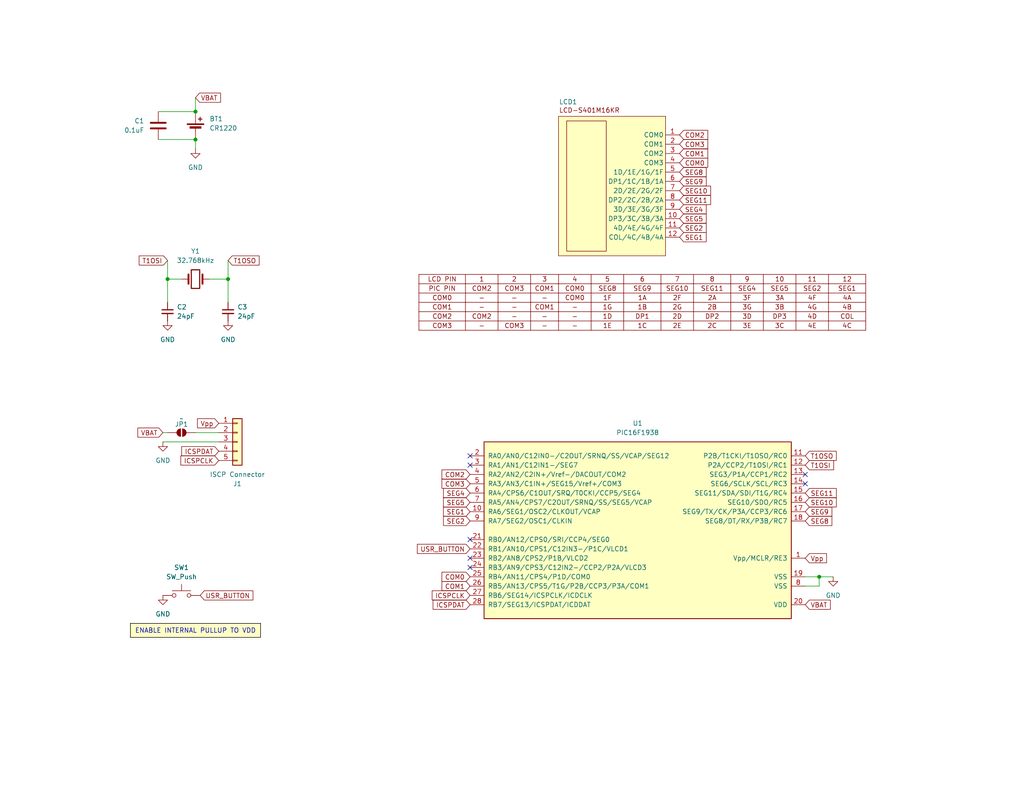
<source format=kicad_sch>
(kicad_sch
	(version 20250114)
	(generator "eeschema")
	(generator_version "9.0")
	(uuid "ad9f17a2-275f-46e2-9ca6-519536ba0828")
	(paper "USLetter")
	(title_block
		(title "Watch Board")
		(date "2025-03-16")
		(rev "v1")
	)
	(lib_symbols
		(symbol "WatchBoard:C"
			(pin_numbers
				(hide yes)
			)
			(pin_names
				(offset 0.254)
			)
			(exclude_from_sim no)
			(in_bom yes)
			(on_board yes)
			(property "Reference" "C"
				(at 0.635 2.54 0)
				(effects
					(font
						(size 1.27 1.27)
					)
					(justify left)
				)
			)
			(property "Value" "C"
				(at 0.635 -2.54 0)
				(effects
					(font
						(size 1.27 1.27)
					)
					(justify left)
				)
			)
			(property "Footprint" ""
				(at 0.9652 -3.81 0)
				(effects
					(font
						(size 1.27 1.27)
					)
					(hide yes)
				)
			)
			(property "Datasheet" "~"
				(at 0 0 0)
				(effects
					(font
						(size 1.27 1.27)
					)
					(hide yes)
				)
			)
			(property "Description" "Unpolarized capacitor"
				(at 0 0 0)
				(effects
					(font
						(size 1.27 1.27)
					)
					(hide yes)
				)
			)
			(property "ki_keywords" "cap capacitor"
				(at 0 0 0)
				(effects
					(font
						(size 1.27 1.27)
					)
					(hide yes)
				)
			)
			(property "ki_fp_filters" "C_*"
				(at 0 0 0)
				(effects
					(font
						(size 1.27 1.27)
					)
					(hide yes)
				)
			)
			(symbol "C_0_1"
				(polyline
					(pts
						(xy -2.032 0.762) (xy 2.032 0.762)
					)
					(stroke
						(width 0.508)
						(type default)
					)
					(fill
						(type none)
					)
				)
				(polyline
					(pts
						(xy -2.032 -0.762) (xy 2.032 -0.762)
					)
					(stroke
						(width 0.508)
						(type default)
					)
					(fill
						(type none)
					)
				)
			)
			(symbol "C_1_1"
				(pin passive line
					(at 0 3.81 270)
					(length 2.794)
					(name "~"
						(effects
							(font
								(size 1.27 1.27)
							)
						)
					)
					(number "1"
						(effects
							(font
								(size 1.27 1.27)
							)
						)
					)
				)
				(pin passive line
					(at 0 -3.81 90)
					(length 2.794)
					(name "~"
						(effects
							(font
								(size 1.27 1.27)
							)
						)
					)
					(number "2"
						(effects
							(font
								(size 1.27 1.27)
							)
						)
					)
				)
			)
			(embedded_fonts no)
		)
		(symbol "WatchBoard:C_Small"
			(pin_numbers
				(hide yes)
			)
			(pin_names
				(offset 0.254)
				(hide yes)
			)
			(exclude_from_sim no)
			(in_bom yes)
			(on_board yes)
			(property "Reference" "C"
				(at 0.254 1.778 0)
				(effects
					(font
						(size 1.27 1.27)
					)
					(justify left)
				)
			)
			(property "Value" "C_Small"
				(at 0.254 -2.032 0)
				(effects
					(font
						(size 1.27 1.27)
					)
					(justify left)
				)
			)
			(property "Footprint" ""
				(at 0 0 0)
				(effects
					(font
						(size 1.27 1.27)
					)
					(hide yes)
				)
			)
			(property "Datasheet" "~"
				(at 0 0 0)
				(effects
					(font
						(size 1.27 1.27)
					)
					(hide yes)
				)
			)
			(property "Description" "Unpolarized capacitor, small symbol"
				(at 0 0 0)
				(effects
					(font
						(size 1.27 1.27)
					)
					(hide yes)
				)
			)
			(property "ki_keywords" "capacitor cap"
				(at 0 0 0)
				(effects
					(font
						(size 1.27 1.27)
					)
					(hide yes)
				)
			)
			(property "ki_fp_filters" "C_*"
				(at 0 0 0)
				(effects
					(font
						(size 1.27 1.27)
					)
					(hide yes)
				)
			)
			(symbol "C_Small_0_1"
				(polyline
					(pts
						(xy -1.524 0.508) (xy 1.524 0.508)
					)
					(stroke
						(width 0.3048)
						(type default)
					)
					(fill
						(type none)
					)
				)
				(polyline
					(pts
						(xy -1.524 -0.508) (xy 1.524 -0.508)
					)
					(stroke
						(width 0.3302)
						(type default)
					)
					(fill
						(type none)
					)
				)
			)
			(symbol "C_Small_1_1"
				(pin passive line
					(at 0 2.54 270)
					(length 2.032)
					(name "~"
						(effects
							(font
								(size 1.27 1.27)
							)
						)
					)
					(number "1"
						(effects
							(font
								(size 1.27 1.27)
							)
						)
					)
				)
				(pin passive line
					(at 0 -2.54 90)
					(length 2.032)
					(name "~"
						(effects
							(font
								(size 1.27 1.27)
							)
						)
					)
					(number "2"
						(effects
							(font
								(size 1.27 1.27)
							)
						)
					)
				)
			)
			(embedded_fonts no)
		)
		(symbol "WatchBoard:Coin_Cell"
			(pin_numbers
				(hide yes)
			)
			(pin_names
				(offset 0)
				(hide yes)
			)
			(exclude_from_sim no)
			(in_bom yes)
			(on_board yes)
			(property "Reference" "BT"
				(at 2.54 2.54 0)
				(effects
					(font
						(size 1.27 1.27)
					)
					(justify left)
				)
			)
			(property "Value" "Coin_Cell"
				(at 2.54 0 0)
				(effects
					(font
						(size 1.27 1.27)
					)
					(justify left)
				)
			)
			(property "Footprint" ""
				(at 0 1.524 90)
				(effects
					(font
						(size 1.27 1.27)
					)
					(hide yes)
				)
			)
			(property "Datasheet" "~"
				(at 0 1.524 90)
				(effects
					(font
						(size 1.27 1.27)
					)
					(hide yes)
				)
			)
			(property "Description" "Coin-cell battery"
				(at 0 0 0)
				(effects
					(font
						(size 1.27 1.27)
					)
					(hide yes)
				)
			)
			(property "ki_keywords" "battery cell"
				(at 0 0 0)
				(effects
					(font
						(size 1.27 1.27)
					)
					(hide yes)
				)
			)
			(symbol "Coin_Cell_0_1"
				(rectangle
					(start -2.286 1.778)
					(end 2.286 1.524)
					(stroke
						(width 0)
						(type default)
					)
					(fill
						(type outline)
					)
				)
				(rectangle
					(start -1.524 1.016)
					(end 1.524 0.508)
					(stroke
						(width 0)
						(type default)
					)
					(fill
						(type outline)
					)
				)
				(polyline
					(pts
						(xy 0 1.778) (xy 0 2.54)
					)
					(stroke
						(width 0)
						(type default)
					)
					(fill
						(type none)
					)
				)
				(polyline
					(pts
						(xy 0 0.762) (xy 0 0)
					)
					(stroke
						(width 0)
						(type default)
					)
					(fill
						(type none)
					)
				)
				(polyline
					(pts
						(xy 0.762 3.048) (xy 1.778 3.048)
					)
					(stroke
						(width 0.254)
						(type default)
					)
					(fill
						(type none)
					)
				)
				(polyline
					(pts
						(xy 1.27 3.556) (xy 1.27 2.54)
					)
					(stroke
						(width 0.254)
						(type default)
					)
					(fill
						(type none)
					)
				)
			)
			(symbol "Coin_Cell_1_1"
				(pin passive line
					(at 0 5.08 270)
					(length 2.54)
					(name "+"
						(effects
							(font
								(size 1.27 1.27)
							)
						)
					)
					(number "1"
						(effects
							(font
								(size 1.27 1.27)
							)
						)
					)
				)
				(pin passive line
					(at 0 -2.54 90)
					(length 2.54)
					(name "-"
						(effects
							(font
								(size 1.27 1.27)
							)
						)
					)
					(number "2"
						(effects
							(font
								(size 1.27 1.27)
							)
						)
					)
				)
			)
			(embedded_fonts no)
		)
		(symbol "WatchBoard:Conn_01x05"
			(pin_names
				(offset 1.016)
				(hide yes)
			)
			(exclude_from_sim no)
			(in_bom yes)
			(on_board yes)
			(property "Reference" "J"
				(at 0 7.62 0)
				(effects
					(font
						(size 1.27 1.27)
					)
				)
			)
			(property "Value" "Conn_01x05"
				(at 0 -7.62 0)
				(effects
					(font
						(size 1.27 1.27)
					)
				)
			)
			(property "Footprint" ""
				(at 0 0 0)
				(effects
					(font
						(size 1.27 1.27)
					)
					(hide yes)
				)
			)
			(property "Datasheet" "~"
				(at 0 0 0)
				(effects
					(font
						(size 1.27 1.27)
					)
					(hide yes)
				)
			)
			(property "Description" "Generic connector, single row, 01x05, script generated (kicad-library-utils/schlib/autogen/connector/)"
				(at 0 0 0)
				(effects
					(font
						(size 1.27 1.27)
					)
					(hide yes)
				)
			)
			(property "ki_keywords" "connector"
				(at 0 0 0)
				(effects
					(font
						(size 1.27 1.27)
					)
					(hide yes)
				)
			)
			(property "ki_fp_filters" "Connector*:*_1x??_*"
				(at 0 0 0)
				(effects
					(font
						(size 1.27 1.27)
					)
					(hide yes)
				)
			)
			(symbol "Conn_01x05_1_1"
				(rectangle
					(start -1.27 6.35)
					(end 1.27 -6.35)
					(stroke
						(width 0.254)
						(type default)
					)
					(fill
						(type background)
					)
				)
				(rectangle
					(start -1.27 5.207)
					(end 0 4.953)
					(stroke
						(width 0.1524)
						(type default)
					)
					(fill
						(type none)
					)
				)
				(rectangle
					(start -1.27 2.667)
					(end 0 2.413)
					(stroke
						(width 0.1524)
						(type default)
					)
					(fill
						(type none)
					)
				)
				(rectangle
					(start -1.27 0.127)
					(end 0 -0.127)
					(stroke
						(width 0.1524)
						(type default)
					)
					(fill
						(type none)
					)
				)
				(rectangle
					(start -1.27 -2.413)
					(end 0 -2.667)
					(stroke
						(width 0.1524)
						(type default)
					)
					(fill
						(type none)
					)
				)
				(rectangle
					(start -1.27 -4.953)
					(end 0 -5.207)
					(stroke
						(width 0.1524)
						(type default)
					)
					(fill
						(type none)
					)
				)
				(pin passive line
					(at -5.08 5.08 0)
					(length 3.81)
					(name "Pin_1"
						(effects
							(font
								(size 1.27 1.27)
							)
						)
					)
					(number "1"
						(effects
							(font
								(size 1.27 1.27)
							)
						)
					)
				)
				(pin passive line
					(at -5.08 2.54 0)
					(length 3.81)
					(name "Pin_2"
						(effects
							(font
								(size 1.27 1.27)
							)
						)
					)
					(number "2"
						(effects
							(font
								(size 1.27 1.27)
							)
						)
					)
				)
				(pin passive line
					(at -5.08 0 0)
					(length 3.81)
					(name "Pin_3"
						(effects
							(font
								(size 1.27 1.27)
							)
						)
					)
					(number "3"
						(effects
							(font
								(size 1.27 1.27)
							)
						)
					)
				)
				(pin passive line
					(at -5.08 -2.54 0)
					(length 3.81)
					(name "Pin_4"
						(effects
							(font
								(size 1.27 1.27)
							)
						)
					)
					(number "4"
						(effects
							(font
								(size 1.27 1.27)
							)
						)
					)
				)
				(pin passive line
					(at -5.08 -5.08 0)
					(length 3.81)
					(name "Pin_5"
						(effects
							(font
								(size 1.27 1.27)
							)
						)
					)
					(number "5"
						(effects
							(font
								(size 1.27 1.27)
							)
						)
					)
				)
			)
			(embedded_fonts no)
		)
		(symbol "WatchBoard:Crystal"
			(pin_numbers
				(hide yes)
			)
			(pin_names
				(offset 1.016)
				(hide yes)
			)
			(exclude_from_sim no)
			(in_bom yes)
			(on_board yes)
			(property "Reference" "Y"
				(at 0 3.81 0)
				(effects
					(font
						(size 1.27 1.27)
					)
				)
			)
			(property "Value" "Crystal"
				(at 0 -3.81 0)
				(effects
					(font
						(size 1.27 1.27)
					)
				)
			)
			(property "Footprint" ""
				(at 0 0 0)
				(effects
					(font
						(size 1.27 1.27)
					)
					(hide yes)
				)
			)
			(property "Datasheet" "~"
				(at 0 0 0)
				(effects
					(font
						(size 1.27 1.27)
					)
					(hide yes)
				)
			)
			(property "Description" "Two pin crystal"
				(at 0 0 0)
				(effects
					(font
						(size 1.27 1.27)
					)
					(hide yes)
				)
			)
			(property "ki_keywords" "quartz ceramic resonator oscillator"
				(at 0 0 0)
				(effects
					(font
						(size 1.27 1.27)
					)
					(hide yes)
				)
			)
			(property "ki_fp_filters" "Crystal*"
				(at 0 0 0)
				(effects
					(font
						(size 1.27 1.27)
					)
					(hide yes)
				)
			)
			(symbol "Crystal_0_1"
				(polyline
					(pts
						(xy -2.54 0) (xy -1.905 0)
					)
					(stroke
						(width 0)
						(type default)
					)
					(fill
						(type none)
					)
				)
				(polyline
					(pts
						(xy -1.905 -1.27) (xy -1.905 1.27)
					)
					(stroke
						(width 0.508)
						(type default)
					)
					(fill
						(type none)
					)
				)
				(rectangle
					(start -1.143 2.54)
					(end 1.143 -2.54)
					(stroke
						(width 0.3048)
						(type default)
					)
					(fill
						(type none)
					)
				)
				(polyline
					(pts
						(xy 1.905 -1.27) (xy 1.905 1.27)
					)
					(stroke
						(width 0.508)
						(type default)
					)
					(fill
						(type none)
					)
				)
				(polyline
					(pts
						(xy 2.54 0) (xy 1.905 0)
					)
					(stroke
						(width 0)
						(type default)
					)
					(fill
						(type none)
					)
				)
			)
			(symbol "Crystal_1_1"
				(pin passive line
					(at -3.81 0 0)
					(length 1.27)
					(name "1"
						(effects
							(font
								(size 1.27 1.27)
							)
						)
					)
					(number "1"
						(effects
							(font
								(size 1.27 1.27)
							)
						)
					)
				)
				(pin passive line
					(at 3.81 0 180)
					(length 1.27)
					(name "2"
						(effects
							(font
								(size 1.27 1.27)
							)
						)
					)
					(number "2"
						(effects
							(font
								(size 1.27 1.27)
							)
						)
					)
				)
			)
			(embedded_fonts no)
		)
		(symbol "WatchBoard:GND"
			(power)
			(pin_numbers
				(hide yes)
			)
			(pin_names
				(offset 0)
				(hide yes)
			)
			(exclude_from_sim no)
			(in_bom yes)
			(on_board yes)
			(property "Reference" "#PWR"
				(at 0 -6.35 0)
				(effects
					(font
						(size 1.27 1.27)
					)
					(hide yes)
				)
			)
			(property "Value" "GND"
				(at 0 -3.81 0)
				(effects
					(font
						(size 1.27 1.27)
					)
				)
			)
			(property "Footprint" ""
				(at 0 0 0)
				(effects
					(font
						(size 1.27 1.27)
					)
					(hide yes)
				)
			)
			(property "Datasheet" ""
				(at 0 0 0)
				(effects
					(font
						(size 1.27 1.27)
					)
					(hide yes)
				)
			)
			(property "Description" "Power symbol creates a global label with name \"GND\" , ground"
				(at 0 0 0)
				(effects
					(font
						(size 1.27 1.27)
					)
					(hide yes)
				)
			)
			(property "ki_keywords" "global power"
				(at 0 0 0)
				(effects
					(font
						(size 1.27 1.27)
					)
					(hide yes)
				)
			)
			(symbol "GND_0_1"
				(polyline
					(pts
						(xy 0 0) (xy 0 -1.27) (xy 1.27 -1.27) (xy 0 -2.54) (xy -1.27 -1.27) (xy 0 -1.27)
					)
					(stroke
						(width 0)
						(type default)
					)
					(fill
						(type none)
					)
				)
			)
			(symbol "GND_1_1"
				(pin power_in line
					(at 0 0 270)
					(length 0)
					(name "~"
						(effects
							(font
								(size 1.27 1.27)
							)
						)
					)
					(number "1"
						(effects
							(font
								(size 1.27 1.27)
							)
						)
					)
				)
			)
			(embedded_fonts no)
		)
		(symbol "WatchBoard:LCD-S401M16KR"
			(exclude_from_sim no)
			(in_bom yes)
			(on_board yes)
			(property "Reference" "LCD"
				(at -10.668 28.448 0)
				(effects
					(font
						(size 1.27 1.27)
					)
					(justify right)
				)
			)
			(property "Value" ""
				(at -5.715 5.715 90)
				(effects
					(font
						(size 1.27 1.27)
					)
					(hide yes)
				)
			)
			(property "Footprint" ""
				(at -5.715 5.715 90)
				(effects
					(font
						(size 1.27 1.27)
					)
					(hide yes)
				)
			)
			(property "Datasheet" "https://www.digikey.com/htmldatasheets/production/2364690/0/0/1/lcd-s401m16kr-drawing.pdf"
				(at -5.715 5.715 0)
				(effects
					(font
						(size 1.27 1.27)
					)
					(hide yes)
				)
			)
			(property "Description" "7-Segment TN LCD Display, 4 Digit, 0.17\""
				(at -5.715 5.715 0)
				(effects
					(font
						(size 1.27 1.27)
					)
					(hide yes)
				)
			)
			(symbol "LCD-S401M16KR_0_1"
				(rectangle
					(start -1.5875 23.495)
					(end -12.3825 -12.065)
					(stroke
						(width 0)
						(type default)
					)
					(fill
						(type none)
					)
				)
			)
			(symbol "LCD-S401M16KR_1_1"
				(rectangle
					(start -14.6049 24.765)
					(end 14.6049 -13.335)
					(stroke
						(width 0)
						(type solid)
					)
					(fill
						(type color)
						(color 255 255 194 1)
					)
				)
				(text "LCD-S401M16KR"
					(at -14.478 26.416 0)
					(effects
						(font
							(size 1.27 1.27)
						)
						(justify left)
					)
				)
				(pin input line
					(at 18.415 19.685 180)
					(length 3.81)
					(name "COM0"
						(effects
							(font
								(size 1.27 1.27)
							)
						)
					)
					(number "1"
						(effects
							(font
								(size 1.27 1.27)
							)
						)
					)
				)
				(pin input line
					(at 18.415 17.145 180)
					(length 3.81)
					(name "COM1"
						(effects
							(font
								(size 1.27 1.27)
							)
						)
					)
					(number "2"
						(effects
							(font
								(size 1.27 1.27)
							)
						)
					)
				)
				(pin input line
					(at 18.415 14.605 180)
					(length 3.81)
					(name "COM2"
						(effects
							(font
								(size 1.27 1.27)
							)
						)
					)
					(number "3"
						(effects
							(font
								(size 1.27 1.27)
							)
						)
					)
				)
				(pin input line
					(at 18.415 12.065 180)
					(length 3.81)
					(name "COM3"
						(effects
							(font
								(size 1.27 1.27)
							)
						)
					)
					(number "4"
						(effects
							(font
								(size 1.27 1.27)
							)
						)
					)
				)
				(pin input line
					(at 18.415 9.525 180)
					(length 3.81)
					(name "1D/1E/1G/1F"
						(effects
							(font
								(size 1.27 1.27)
							)
						)
					)
					(number "5"
						(effects
							(font
								(size 1.27 1.27)
							)
						)
					)
				)
				(pin input line
					(at 18.415 6.985 180)
					(length 3.81)
					(name "DP1/1C/1B/1A"
						(effects
							(font
								(size 1.27 1.27)
							)
						)
					)
					(number "6"
						(effects
							(font
								(size 1.27 1.27)
							)
						)
					)
				)
				(pin input line
					(at 18.415 4.445 180)
					(length 3.81)
					(name "2D/2E/2G/2F"
						(effects
							(font
								(size 1.27 1.27)
							)
						)
					)
					(number "7"
						(effects
							(font
								(size 1.27 1.27)
							)
						)
					)
				)
				(pin input line
					(at 18.415 1.905 180)
					(length 3.81)
					(name "DP2/2C/2B/2A"
						(effects
							(font
								(size 1.27 1.27)
							)
						)
					)
					(number "8"
						(effects
							(font
								(size 1.27 1.27)
							)
						)
					)
				)
				(pin input line
					(at 18.415 -0.635 180)
					(length 3.81)
					(name "3D/3E/3G/3F"
						(effects
							(font
								(size 1.27 1.27)
							)
						)
					)
					(number "9"
						(effects
							(font
								(size 1.27 1.27)
							)
						)
					)
				)
				(pin input line
					(at 18.415 -3.175 180)
					(length 3.81)
					(name "DP3/3C/3B/3A"
						(effects
							(font
								(size 1.27 1.27)
							)
						)
					)
					(number "10"
						(effects
							(font
								(size 1.27 1.27)
							)
						)
					)
				)
				(pin input line
					(at 18.415 -5.715 180)
					(length 3.81)
					(name "4D/4E/4G/4F"
						(effects
							(font
								(size 1.27 1.27)
							)
						)
					)
					(number "11"
						(effects
							(font
								(size 1.27 1.27)
							)
						)
					)
				)
				(pin input line
					(at 18.415 -8.255 180)
					(length 3.81)
					(name "COL/4C/4B/4A"
						(effects
							(font
								(size 1.27 1.27)
							)
						)
					)
					(number "12"
						(effects
							(font
								(size 1.27 1.27)
							)
						)
					)
				)
			)
			(embedded_fonts no)
		)
		(symbol "WatchBoard:PIC16F1938"
			(pin_names
				(offset 1.016)
			)
			(exclude_from_sim no)
			(in_bom yes)
			(on_board yes)
			(property "Reference" "U"
				(at -41.91 28.194 0)
				(effects
					(font
						(size 1.27 1.27)
					)
					(justify left)
				)
			)
			(property "Value" "PIC16F1938"
				(at -41.91 25.654 0)
				(effects
					(font
						(size 1.27 1.27)
					)
					(justify left)
				)
			)
			(property "Footprint" ""
				(at 0 0 0)
				(effects
					(font
						(size 1.27 1.27)
					)
					(hide yes)
				)
			)
			(property "Datasheet" "https://ww1.microchip.com/downloads/aemDocuments/documents/OTH/ProductDocuments/DataSheets/40001574D.pdf"
				(at 0 0 0)
				(effects
					(font
						(size 1.27 1.27)
					)
					(hide yes)
				)
			)
			(property "Description" "PIC16F1938 - Flash-Based, 8-Bit CMOS Microcontrollers"
				(at 0 0 0)
				(effects
					(font
						(size 1.27 1.27)
					)
					(hide yes)
				)
			)
			(property "ki_fp_filters" "TQFP*"
				(at 0 0 0)
				(effects
					(font
						(size 1.27 1.27)
					)
					(hide yes)
				)
			)
			(symbol "PIC16F1938_0_1"
				(rectangle
					(start -41.91 24.13)
					(end 41.91 -24.13)
					(stroke
						(width 0.254)
						(type default)
					)
					(fill
						(type background)
					)
				)
			)
			(symbol "PIC16F1938_1_1"
				(pin bidirectional line
					(at -45.72 20.32 0)
					(length 3.81)
					(name "RA0/AN0/C12IN0-/C2OUT/SRNQ/SS/VCAP/SEG12"
						(effects
							(font
								(size 1.27 1.27)
							)
						)
					)
					(number "2"
						(effects
							(font
								(size 1.27 1.27)
							)
						)
					)
				)
				(pin bidirectional line
					(at -45.72 17.78 0)
					(length 3.81)
					(name "RA1/AN1/C12IN1-/SEG7"
						(effects
							(font
								(size 1.27 1.27)
							)
						)
					)
					(number "3"
						(effects
							(font
								(size 1.27 1.27)
							)
						)
					)
				)
				(pin bidirectional line
					(at -45.72 15.24 0)
					(length 3.81)
					(name "RA2/AN2/C2IN+/Vref-/DACOUT/COM2"
						(effects
							(font
								(size 1.27 1.27)
							)
						)
					)
					(number "4"
						(effects
							(font
								(size 1.27 1.27)
							)
						)
					)
				)
				(pin bidirectional line
					(at -45.72 12.7 0)
					(length 3.81)
					(name "RA3/AN3/C1IN+/SEG15/Vref+/COM3"
						(effects
							(font
								(size 1.27 1.27)
							)
						)
					)
					(number "5"
						(effects
							(font
								(size 1.27 1.27)
							)
						)
					)
				)
				(pin bidirectional line
					(at -45.72 10.16 0)
					(length 3.81)
					(name "RA4/CPS6/C1OUT/SRQ/T0CKI/CCP5/SEG4"
						(effects
							(font
								(size 1.27 1.27)
							)
						)
					)
					(number "6"
						(effects
							(font
								(size 1.27 1.27)
							)
						)
					)
				)
				(pin bidirectional line
					(at -45.72 7.62 0)
					(length 3.81)
					(name "RA5/AN4/CPS7/C2OUT/SRNQ/SS/SEG5/VCAP"
						(effects
							(font
								(size 1.27 1.27)
							)
						)
					)
					(number "7"
						(effects
							(font
								(size 1.27 1.27)
							)
						)
					)
				)
				(pin bidirectional line
					(at -45.72 5.08 0)
					(length 3.81)
					(name "RA6/SEG1/OSC2/CLKOUT/VCAP"
						(effects
							(font
								(size 1.27 1.27)
							)
						)
					)
					(number "10"
						(effects
							(font
								(size 1.27 1.27)
							)
						)
					)
				)
				(pin bidirectional line
					(at -45.72 2.54 0)
					(length 3.81)
					(name "RA7/SEG2/OSC1/CLKIN"
						(effects
							(font
								(size 1.27 1.27)
							)
						)
					)
					(number "9"
						(effects
							(font
								(size 1.27 1.27)
							)
						)
					)
				)
				(pin bidirectional line
					(at -45.72 -2.54 0)
					(length 3.81)
					(name "RB0/AN12/CPS0/SRI/CCP4/SEG0"
						(effects
							(font
								(size 1.27 1.27)
							)
						)
					)
					(number "21"
						(effects
							(font
								(size 1.27 1.27)
							)
						)
					)
				)
				(pin bidirectional line
					(at -45.72 -5.08 0)
					(length 3.81)
					(name "RB1/AN10/CPS1/C12IN3-/P1C/VLCD1"
						(effects
							(font
								(size 1.27 1.27)
							)
						)
					)
					(number "22"
						(effects
							(font
								(size 1.27 1.27)
							)
						)
					)
				)
				(pin bidirectional line
					(at -45.72 -7.62 0)
					(length 3.81)
					(name "RB2/AN8/CPS2/P1B/VLCD2"
						(effects
							(font
								(size 1.27 1.27)
							)
						)
					)
					(number "23"
						(effects
							(font
								(size 1.27 1.27)
							)
						)
					)
				)
				(pin bidirectional line
					(at -45.72 -10.16 0)
					(length 3.81)
					(name "RB3/AN9/CPS3/C12IN2-/CCP2/P2A/VLCD3"
						(effects
							(font
								(size 1.27 1.27)
							)
						)
					)
					(number "24"
						(effects
							(font
								(size 1.27 1.27)
							)
						)
					)
				)
				(pin bidirectional line
					(at -45.72 -12.7 0)
					(length 3.81)
					(name "RB4/AN11/CPS4/P1D/COM0"
						(effects
							(font
								(size 1.27 1.27)
							)
						)
					)
					(number "25"
						(effects
							(font
								(size 1.27 1.27)
							)
						)
					)
				)
				(pin bidirectional line
					(at -45.72 -15.24 0)
					(length 3.81)
					(name "RB5/AN13/CPS5/T1G/P2B/CCP3/P3A/COM1"
						(effects
							(font
								(size 1.27 1.27)
							)
						)
					)
					(number "26"
						(effects
							(font
								(size 1.27 1.27)
							)
						)
					)
				)
				(pin bidirectional line
					(at -45.72 -17.78 0)
					(length 3.81)
					(name "RB6/SEG14/ICSPCLK/ICDCLK"
						(effects
							(font
								(size 1.27 1.27)
							)
						)
					)
					(number "27"
						(effects
							(font
								(size 1.27 1.27)
							)
						)
					)
				)
				(pin bidirectional line
					(at -45.72 -20.32 0)
					(length 3.81)
					(name "RB7/SEG13/ICSPDAT/ICDDAT"
						(effects
							(font
								(size 1.27 1.27)
							)
						)
					)
					(number "28"
						(effects
							(font
								(size 1.27 1.27)
							)
						)
					)
				)
				(pin bidirectional line
					(at 45.72 20.32 180)
					(length 3.81)
					(name "P2B/T1CKI/T1OSO/RC0"
						(effects
							(font
								(size 1.27 1.27)
							)
						)
					)
					(number "11"
						(effects
							(font
								(size 1.27 1.27)
							)
						)
					)
				)
				(pin bidirectional line
					(at 45.72 17.78 180)
					(length 3.81)
					(name "P2A/CCP2/T1OSI/RC1"
						(effects
							(font
								(size 1.27 1.27)
							)
						)
					)
					(number "12"
						(effects
							(font
								(size 1.27 1.27)
							)
						)
					)
				)
				(pin bidirectional line
					(at 45.72 15.24 180)
					(length 3.81)
					(name "SEG3/P1A/CCP1/RC2"
						(effects
							(font
								(size 1.27 1.27)
							)
						)
					)
					(number "13"
						(effects
							(font
								(size 1.27 1.27)
							)
						)
					)
				)
				(pin bidirectional line
					(at 45.72 12.7 180)
					(length 3.81)
					(name "SEG6/SCLK/SCL/RC3"
						(effects
							(font
								(size 1.27 1.27)
							)
						)
					)
					(number "14"
						(effects
							(font
								(size 1.27 1.27)
							)
						)
					)
				)
				(pin bidirectional line
					(at 45.72 10.16 180)
					(length 3.81)
					(name "SEG11/SDA/SDI/T1G/RC4"
						(effects
							(font
								(size 1.27 1.27)
							)
						)
					)
					(number "15"
						(effects
							(font
								(size 1.27 1.27)
							)
						)
					)
				)
				(pin bidirectional line
					(at 45.72 7.62 180)
					(length 3.81)
					(name "SEG10/SDO/RC5"
						(effects
							(font
								(size 1.27 1.27)
							)
						)
					)
					(number "16"
						(effects
							(font
								(size 1.27 1.27)
							)
						)
					)
				)
				(pin bidirectional line
					(at 45.72 5.08 180)
					(length 3.81)
					(name "SEG9/TX/CK/P3A/CCP3/RC6"
						(effects
							(font
								(size 1.27 1.27)
							)
						)
					)
					(number "17"
						(effects
							(font
								(size 1.27 1.27)
							)
						)
					)
				)
				(pin bidirectional line
					(at 45.72 2.54 180)
					(length 3.81)
					(name "SEG8/DT/RX/P3B/RC7"
						(effects
							(font
								(size 1.27 1.27)
							)
						)
					)
					(number "18"
						(effects
							(font
								(size 1.27 1.27)
							)
						)
					)
				)
				(pin bidirectional line
					(at 45.72 -7.62 180)
					(length 3.81)
					(name "Vpp/MCLR/RE3"
						(effects
							(font
								(size 1.27 1.27)
							)
						)
					)
					(number "1"
						(effects
							(font
								(size 1.27 1.27)
							)
						)
					)
				)
				(pin power_in line
					(at 45.72 -12.7 180)
					(length 3.81)
					(name "VSS"
						(effects
							(font
								(size 1.27 1.27)
							)
						)
					)
					(number "19"
						(effects
							(font
								(size 1.27 1.27)
							)
						)
					)
				)
				(pin power_in line
					(at 45.72 -15.24 180)
					(length 3.81)
					(name "VSS"
						(effects
							(font
								(size 1.27 1.27)
							)
						)
					)
					(number "8"
						(effects
							(font
								(size 1.27 1.27)
							)
						)
					)
				)
				(pin power_in line
					(at 45.72 -20.32 180)
					(length 3.81)
					(name "VDD"
						(effects
							(font
								(size 1.27 1.27)
							)
						)
					)
					(number "20"
						(effects
							(font
								(size 1.27 1.27)
							)
						)
					)
				)
			)
			(embedded_fonts no)
		)
		(symbol "WatchBoard:SW_Push"
			(pin_numbers
				(hide yes)
			)
			(pin_names
				(offset 1.016)
				(hide yes)
			)
			(exclude_from_sim no)
			(in_bom yes)
			(on_board yes)
			(property "Reference" "SW"
				(at 1.27 2.54 0)
				(effects
					(font
						(size 1.27 1.27)
					)
					(justify left)
				)
			)
			(property "Value" "SW_Push"
				(at 0 -1.524 0)
				(effects
					(font
						(size 1.27 1.27)
					)
				)
			)
			(property "Footprint" ""
				(at 0 5.08 0)
				(effects
					(font
						(size 1.27 1.27)
					)
					(hide yes)
				)
			)
			(property "Datasheet" "~"
				(at 0 5.08 0)
				(effects
					(font
						(size 1.27 1.27)
					)
					(hide yes)
				)
			)
			(property "Description" "Push button switch, generic, two pins"
				(at 0 0 0)
				(effects
					(font
						(size 1.27 1.27)
					)
					(hide yes)
				)
			)
			(property "ki_keywords" "switch normally-open pushbutton push-button"
				(at 0 0 0)
				(effects
					(font
						(size 1.27 1.27)
					)
					(hide yes)
				)
			)
			(symbol "SW_Push_0_1"
				(circle
					(center -2.032 0)
					(radius 0.508)
					(stroke
						(width 0)
						(type default)
					)
					(fill
						(type none)
					)
				)
				(polyline
					(pts
						(xy 0 1.27) (xy 0 3.048)
					)
					(stroke
						(width 0)
						(type default)
					)
					(fill
						(type none)
					)
				)
				(circle
					(center 2.032 0)
					(radius 0.508)
					(stroke
						(width 0)
						(type default)
					)
					(fill
						(type none)
					)
				)
				(polyline
					(pts
						(xy 2.54 1.27) (xy -2.54 1.27)
					)
					(stroke
						(width 0)
						(type default)
					)
					(fill
						(type none)
					)
				)
				(pin passive line
					(at -5.08 0 0)
					(length 2.54)
					(name "1"
						(effects
							(font
								(size 1.27 1.27)
							)
						)
					)
					(number "1"
						(effects
							(font
								(size 1.27 1.27)
							)
						)
					)
				)
				(pin passive line
					(at 5.08 0 180)
					(length 2.54)
					(name "2"
						(effects
							(font
								(size 1.27 1.27)
							)
						)
					)
					(number "2"
						(effects
							(font
								(size 1.27 1.27)
							)
						)
					)
				)
			)
			(embedded_fonts no)
		)
		(symbol "WatchBoard:SolderJumper_2_Open"
			(pin_numbers
				(hide yes)
			)
			(pin_names
				(offset 0)
				(hide yes)
			)
			(exclude_from_sim yes)
			(in_bom no)
			(on_board yes)
			(property "Reference" "JP"
				(at 0 2.032 0)
				(effects
					(font
						(size 1.27 1.27)
					)
				)
			)
			(property "Value" "SolderJumper_2_Open"
				(at 0 -2.54 0)
				(effects
					(font
						(size 1.27 1.27)
					)
				)
			)
			(property "Footprint" ""
				(at 0 0 0)
				(effects
					(font
						(size 1.27 1.27)
					)
					(hide yes)
				)
			)
			(property "Datasheet" "~"
				(at 0 0 0)
				(effects
					(font
						(size 1.27 1.27)
					)
					(hide yes)
				)
			)
			(property "Description" "Solder Jumper, 2-pole, open"
				(at 0 0 0)
				(effects
					(font
						(size 1.27 1.27)
					)
					(hide yes)
				)
			)
			(property "ki_keywords" "solder jumper SPST"
				(at 0 0 0)
				(effects
					(font
						(size 1.27 1.27)
					)
					(hide yes)
				)
			)
			(property "ki_fp_filters" "SolderJumper*Open*"
				(at 0 0 0)
				(effects
					(font
						(size 1.27 1.27)
					)
					(hide yes)
				)
			)
			(symbol "SolderJumper_2_Open_0_1"
				(polyline
					(pts
						(xy -0.254 1.016) (xy -0.254 -1.016)
					)
					(stroke
						(width 0)
						(type default)
					)
					(fill
						(type none)
					)
				)
				(arc
					(start -0.254 -1.016)
					(mid -1.2656 0)
					(end -0.254 1.016)
					(stroke
						(width 0)
						(type default)
					)
					(fill
						(type none)
					)
				)
				(arc
					(start -0.254 -1.016)
					(mid -1.2656 0)
					(end -0.254 1.016)
					(stroke
						(width 0)
						(type default)
					)
					(fill
						(type outline)
					)
				)
				(arc
					(start 0.254 1.016)
					(mid 1.2656 0)
					(end 0.254 -1.016)
					(stroke
						(width 0)
						(type default)
					)
					(fill
						(type none)
					)
				)
				(arc
					(start 0.254 1.016)
					(mid 1.2656 0)
					(end 0.254 -1.016)
					(stroke
						(width 0)
						(type default)
					)
					(fill
						(type outline)
					)
				)
				(polyline
					(pts
						(xy 0.254 1.016) (xy 0.254 -1.016)
					)
					(stroke
						(width 0)
						(type default)
					)
					(fill
						(type none)
					)
				)
			)
			(symbol "SolderJumper_2_Open_1_1"
				(pin passive line
					(at -3.81 0 0)
					(length 2.54)
					(name "A"
						(effects
							(font
								(size 1.27 1.27)
							)
						)
					)
					(number "1"
						(effects
							(font
								(size 1.27 1.27)
							)
						)
					)
				)
				(pin passive line
					(at 3.81 0 180)
					(length 2.54)
					(name "B"
						(effects
							(font
								(size 1.27 1.27)
							)
						)
					)
					(number "2"
						(effects
							(font
								(size 1.27 1.27)
							)
						)
					)
				)
			)
			(embedded_fonts no)
		)
	)
	(text_box "ENABLE INTERNAL PULLUP TO VDD"
		(exclude_from_sim no)
		(at 35.56 170.18 0)
		(size 35.56 3.81)
		(margins 0.9525 0.9525 0.9525 0.9525)
		(stroke
			(width 0)
			(type solid)
			(color 0 0 0 1)
		)
		(fill
			(type color)
			(color 255 255 194 1)
		)
		(effects
			(font
				(size 1.27 1.27)
			)
		)
		(uuid "554273a5-1aa5-441c-a180-af4fbf3aa3a9")
	)
	(junction
		(at 53.34 38.1)
		(diameter 0)
		(color 0 0 0 0)
		(uuid "66ef87e4-fafc-48e2-af3c-b30614c11b85")
	)
	(junction
		(at 223.52 157.48)
		(diameter 0)
		(color 0 0 0 0)
		(uuid "76f47cae-8b4d-439a-aa8f-890ad31eb3ab")
	)
	(junction
		(at 45.72 76.2)
		(diameter 0)
		(color 0 0 0 0)
		(uuid "a11259aa-1010-4052-a6ac-635a16678b5f")
	)
	(junction
		(at 62.23 76.2)
		(diameter 0)
		(color 0 0 0 0)
		(uuid "c41a907b-24d6-4842-8653-ad292843b5be")
	)
	(junction
		(at 53.34 30.48)
		(diameter 0)
		(color 0 0 0 0)
		(uuid "fce15a80-a6af-44d0-be48-22598637840b")
	)
	(no_connect
		(at 128.27 154.94)
		(uuid "198cb632-2a08-4ab3-b131-7dff25f7602d")
	)
	(no_connect
		(at 128.27 127)
		(uuid "2f886b6b-6424-4faa-aa23-a74a8f2e4d4f")
	)
	(no_connect
		(at 219.71 132.08)
		(uuid "4f76c007-6fb4-45ba-a934-a7fc92e9fd4a")
	)
	(no_connect
		(at 128.27 152.4)
		(uuid "5389481b-54b3-4c60-909e-f76c6ca266a2")
	)
	(no_connect
		(at 128.27 124.46)
		(uuid "6d6f81db-ec5a-4813-a7c1-37765d419076")
	)
	(no_connect
		(at 219.71 129.54)
		(uuid "8d19ca1c-8d04-4f10-be35-12aa7b7e4a27")
	)
	(no_connect
		(at 128.27 147.32)
		(uuid "97e76442-cea8-4253-8f18-2fd5f20ce887")
	)
	(wire
		(pts
			(xy 43.18 38.1) (xy 53.34 38.1)
		)
		(stroke
			(width 0)
			(type default)
		)
		(uuid "2cffd8c4-0ab9-40de-9efe-a39c88f4407a")
	)
	(wire
		(pts
			(xy 53.34 118.11) (xy 59.69 118.11)
		)
		(stroke
			(width 0)
			(type default)
		)
		(uuid "51a14df5-ee66-457c-83ce-0077b348fd2a")
	)
	(wire
		(pts
			(xy 45.72 76.2) (xy 49.53 76.2)
		)
		(stroke
			(width 0)
			(type default)
		)
		(uuid "5acf9c1d-9c14-4f7a-bc57-b95bea1cf28b")
	)
	(wire
		(pts
			(xy 62.23 71.12) (xy 62.23 76.2)
		)
		(stroke
			(width 0)
			(type default)
		)
		(uuid "6c36e663-8635-49dc-8f1e-30ce4b1e1289")
	)
	(wire
		(pts
			(xy 44.45 120.65) (xy 59.69 120.65)
		)
		(stroke
			(width 0)
			(type default)
		)
		(uuid "7c1b0830-4d90-48cb-b449-7a67e174bcf5")
	)
	(wire
		(pts
			(xy 223.52 160.02) (xy 223.52 157.48)
		)
		(stroke
			(width 0)
			(type default)
		)
		(uuid "852d5135-ac3e-4fcd-b252-c059def7f58a")
	)
	(wire
		(pts
			(xy 57.15 76.2) (xy 62.23 76.2)
		)
		(stroke
			(width 0)
			(type default)
		)
		(uuid "871dd986-cd22-459f-95e0-cbb4774975fe")
	)
	(wire
		(pts
			(xy 45.72 76.2) (xy 45.72 82.55)
		)
		(stroke
			(width 0)
			(type default)
		)
		(uuid "879f227e-2167-491d-8b65-0180554b4311")
	)
	(wire
		(pts
			(xy 43.18 30.48) (xy 53.34 30.48)
		)
		(stroke
			(width 0)
			(type default)
		)
		(uuid "91c638aa-374f-4f27-80ae-d2d8e6f7f6e2")
	)
	(wire
		(pts
			(xy 219.71 160.02) (xy 223.52 160.02)
		)
		(stroke
			(width 0)
			(type default)
		)
		(uuid "9b931a49-04fa-48eb-8d25-4a8fbc569aeb")
	)
	(wire
		(pts
			(xy 53.34 26.67) (xy 53.34 30.48)
		)
		(stroke
			(width 0)
			(type default)
		)
		(uuid "a020c300-dc1e-47cb-b419-d325bab318a3")
	)
	(wire
		(pts
			(xy 53.34 38.1) (xy 53.34 40.64)
		)
		(stroke
			(width 0)
			(type default)
		)
		(uuid "ba4c55cf-d864-40ea-a204-39f72daf2f65")
	)
	(wire
		(pts
			(xy 219.71 157.48) (xy 223.52 157.48)
		)
		(stroke
			(width 0)
			(type default)
		)
		(uuid "bb1a3a3d-ceb5-4447-86e6-e8a7c959fe06")
	)
	(wire
		(pts
			(xy 223.52 157.48) (xy 227.33 157.48)
		)
		(stroke
			(width 0)
			(type default)
		)
		(uuid "ceb1c867-9457-4c36-b4bc-688b60f19f47")
	)
	(wire
		(pts
			(xy 44.45 118.11) (xy 45.72 118.11)
		)
		(stroke
			(width 0)
			(type default)
		)
		(uuid "d6929588-a3e5-4229-bdc3-0c3f0e6a2817")
	)
	(wire
		(pts
			(xy 62.23 76.2) (xy 62.23 82.55)
		)
		(stroke
			(width 0)
			(type default)
		)
		(uuid "dc1f7e5a-e7f1-4fca-865d-9a90c7751d3c")
	)
	(wire
		(pts
			(xy 45.72 71.12) (xy 45.72 76.2)
		)
		(stroke
			(width 0)
			(type default)
		)
		(uuid "de0e5fef-9145-4439-8c30-8a845c33c411")
	)
	(table
		(column_count 13)
		(border
			(external yes)
			(header yes)
			(stroke
				(width 0)
				(type solid)
				(color 132 0 0 1)
			)
		)
		(separators
			(rows yes)
			(cols yes)
			(stroke
				(width 0)
				(type solid)
				(color 132 0 0 1)
			)
		)
		(column_widths 12.7 8.89 8.89 7.62 8.89 8.89 10.16 8.89 10.16 8.89 8.89
			8.89 10.16
		)
		(row_heights 2.54 2.54 2.54 2.54 2.54 2.54)
		(cells
			(table_cell "LCD PIN"
				(exclude_from_sim no)
				(at 114.3 74.93 0)
				(size 12.7 2.54)
				(margins 0.9525 0.9525 0.9525 0.9525)
				(span 1 1)
				(fill
					(type none)
				)
				(effects
					(font
						(size 1.27 1.27)
						(color 132 0 0 1)
					)
				)
				(uuid "13526ec7-ed41-4a80-9a33-4ba79f518931")
			)
			(table_cell "1"
				(exclude_from_sim no)
				(at 127 74.93 0)
				(size 8.89 2.54)
				(margins 0.9525 0.9525 0.9525 0.9525)
				(span 1 1)
				(fill
					(type none)
				)
				(effects
					(font
						(size 1.27 1.27)
						(color 132 0 0 1)
					)
				)
				(uuid "4105a551-fed4-4b97-88c2-b2f6c98ddf48")
			)
			(table_cell "2"
				(exclude_from_sim no)
				(at 135.89 74.93 0)
				(size 8.89 2.54)
				(margins 0.9525 0.9525 0.9525 0.9525)
				(span 1 1)
				(fill
					(type none)
				)
				(effects
					(font
						(size 1.27 1.27)
						(color 132 0 0 1)
					)
				)
				(uuid "4362d2b5-b16b-4c9f-b8ad-0c875d1c3c0d")
			)
			(table_cell "3"
				(exclude_from_sim no)
				(at 144.78 74.93 0)
				(size 7.62 2.54)
				(margins 0.9525 0.9525 0.9525 0.9525)
				(span 1 1)
				(fill
					(type none)
				)
				(effects
					(font
						(size 1.27 1.27)
						(color 132 0 0 1)
					)
				)
				(uuid "4d90d588-5679-4761-8096-c35859f810cc")
			)
			(table_cell "4"
				(exclude_from_sim no)
				(at 152.4 74.93 0)
				(size 8.89 2.54)
				(margins 0.9525 0.9525 0.9525 0.9525)
				(span 1 1)
				(fill
					(type none)
				)
				(effects
					(font
						(size 1.27 1.27)
						(color 132 0 0 1)
					)
				)
				(uuid "c879ab5c-4d51-4a9d-9bac-0dd766f8a06d")
			)
			(table_cell "5"
				(exclude_from_sim no)
				(at 161.29 74.93 0)
				(size 8.89 2.54)
				(margins 0.9525 0.9525 0.9525 0.9525)
				(span 1 1)
				(fill
					(type none)
				)
				(effects
					(font
						(size 1.27 1.27)
						(color 132 0 0 1)
					)
				)
				(uuid "2caec600-44db-4b18-8348-f2747446d6a5")
			)
			(table_cell "6"
				(exclude_from_sim no)
				(at 170.18 74.93 0)
				(size 10.16 2.54)
				(margins 0.9525 0.9525 0.9525 0.9525)
				(span 1 1)
				(fill
					(type none)
				)
				(effects
					(font
						(size 1.27 1.27)
						(color 132 0 0 1)
					)
				)
				(uuid "cec29b9f-c52f-47c7-8d6d-f78103b834ac")
			)
			(table_cell "7"
				(exclude_from_sim no)
				(at 180.34 74.93 0)
				(size 8.89 2.54)
				(margins 0.9525 0.9525 0.9525 0.9525)
				(span 1 1)
				(fill
					(type none)
				)
				(effects
					(font
						(size 1.27 1.27)
						(color 132 0 0 1)
					)
				)
				(uuid "c204f1ad-6e9d-47c7-b7f4-7f2358bc5e96")
			)
			(table_cell "8"
				(exclude_from_sim no)
				(at 189.23 74.93 0)
				(size 10.16 2.54)
				(margins 0.9525 0.9525 0.9525 0.9525)
				(span 1 1)
				(fill
					(type none)
				)
				(effects
					(font
						(size 1.27 1.27)
						(color 132 0 0 1)
					)
				)
				(uuid "1f622e8d-eb00-4c5b-80bf-545b9ec4bc23")
			)
			(table_cell "9"
				(exclude_from_sim no)
				(at 199.39 74.93 0)
				(size 8.89 2.54)
				(margins 0.9525 0.9525 0.9525 0.9525)
				(span 1 1)
				(fill
					(type none)
				)
				(effects
					(font
						(size 1.27 1.27)
						(color 132 0 0 1)
					)
				)
				(uuid "54ff51f5-7918-4dbc-a8f7-f691b7a11eac")
			)
			(table_cell "10"
				(exclude_from_sim no)
				(at 208.28 74.93 0)
				(size 8.89 2.54)
				(margins 0.9525 0.9525 0.9525 0.9525)
				(span 1 1)
				(fill
					(type none)
				)
				(effects
					(font
						(size 1.27 1.27)
						(color 132 0 0 1)
					)
				)
				(uuid "1b7519b1-98a5-4ec5-9799-7cc14d9dcb28")
			)
			(table_cell "11"
				(exclude_from_sim no)
				(at 217.17 74.93 0)
				(size 8.89 2.54)
				(margins 0.9525 0.9525 0.9525 0.9525)
				(span 1 1)
				(fill
					(type none)
				)
				(effects
					(font
						(size 1.27 1.27)
						(color 132 0 0 1)
					)
				)
				(uuid "3ffe8fd5-5864-47d0-8f3a-55e16471cb08")
			)
			(table_cell "12"
				(exclude_from_sim no)
				(at 226.06 74.93 0)
				(size 10.16 2.54)
				(margins 0.9525 0.9525 0.9525 0.9525)
				(span 1 1)
				(fill
					(type none)
				)
				(effects
					(font
						(size 1.27 1.27)
						(color 132 0 0 1)
					)
				)
				(uuid "2b520e27-cae9-4dde-90a7-de0d7fb9166a")
			)
			(table_cell "PIC PIN"
				(exclude_from_sim no)
				(at 114.3 77.47 0)
				(size 12.7 2.54)
				(margins 0.9525 0.9525 0.9525 0.9525)
				(span 1 1)
				(fill
					(type none)
				)
				(effects
					(font
						(size 1.27 1.27)
						(color 132 0 0 1)
					)
				)
				(uuid "99febda8-f5b8-445b-8445-5195c7e6424c")
			)
			(table_cell "COM2"
				(exclude_from_sim no)
				(at 127 77.47 0)
				(size 8.89 2.54)
				(margins 0.9525 0.9525 0.9525 0.9525)
				(span 1 1)
				(fill
					(type none)
				)
				(effects
					(font
						(size 1.27 1.27)
						(color 132 0 0 1)
					)
				)
				(uuid "26698fdd-4521-453b-bf7b-9a5ad981cd46")
			)
			(table_cell "COM3"
				(exclude_from_sim no)
				(at 135.89 77.47 0)
				(size 8.89 2.54)
				(margins 0.9525 0.9525 0.9525 0.9525)
				(span 1 1)
				(fill
					(type none)
				)
				(effects
					(font
						(size 1.27 1.27)
						(color 132 0 0 1)
					)
				)
				(uuid "9ec828fd-36c1-4a1a-a8cf-a8b075546e5e")
			)
			(table_cell "COM1"
				(exclude_from_sim no)
				(at 144.78 77.47 0)
				(size 7.62 2.54)
				(margins 0.9525 0.9525 0.9525 0.9525)
				(span 1 1)
				(fill
					(type none)
				)
				(effects
					(font
						(size 1.27 1.27)
						(color 132 0 0 1)
					)
				)
				(uuid "102237bf-d81e-4354-972b-6cecfdc42399")
			)
			(table_cell "COM0"
				(exclude_from_sim no)
				(at 152.4 77.47 0)
				(size 8.89 2.54)
				(margins 0.9525 0.9525 0.9525 0.9525)
				(span 1 1)
				(fill
					(type none)
				)
				(effects
					(font
						(size 1.27 1.27)
						(color 132 0 0 1)
					)
				)
				(uuid "563158b5-0f85-4a83-8fd6-413c3221ed18")
			)
			(table_cell "SEG8"
				(exclude_from_sim no)
				(at 161.29 77.47 0)
				(size 8.89 2.54)
				(margins 0.9525 0.9525 0.9525 0.9525)
				(span 1 1)
				(fill
					(type none)
				)
				(effects
					(font
						(size 1.27 1.27)
						(color 132 0 0 1)
					)
				)
				(uuid "e0cae466-67d8-4773-8417-bdc8f801dd70")
			)
			(table_cell "SEG9"
				(exclude_from_sim no)
				(at 170.18 77.47 0)
				(size 10.16 2.54)
				(margins 0.9525 0.9525 0.9525 0.9525)
				(span 1 1)
				(fill
					(type none)
				)
				(effects
					(font
						(size 1.27 1.27)
						(color 132 0 0 1)
					)
				)
				(uuid "e4f27815-37d9-4ab3-aa23-601a30c32446")
			)
			(table_cell "SEG10"
				(exclude_from_sim no)
				(at 180.34 77.47 0)
				(size 8.89 2.54)
				(margins 0.9525 0.9525 0.9525 0.9525)
				(span 1 1)
				(fill
					(type none)
				)
				(effects
					(font
						(size 1.27 1.27)
						(color 132 0 0 1)
					)
				)
				(uuid "4bd395ef-40eb-4742-8f5b-6cb0736fdef9")
			)
			(table_cell "SEG11"
				(exclude_from_sim no)
				(at 189.23 77.47 0)
				(size 10.16 2.54)
				(margins 0.9525 0.9525 0.9525 0.9525)
				(span 1 1)
				(fill
					(type none)
				)
				(effects
					(font
						(size 1.27 1.27)
						(color 132 0 0 1)
					)
				)
				(uuid "26a03b15-42d3-44f1-a543-c53b9ac1689c")
			)
			(table_cell "SEG4"
				(exclude_from_sim no)
				(at 199.39 77.47 0)
				(size 8.89 2.54)
				(margins 0.9525 0.9525 0.9525 0.9525)
				(span 1 1)
				(fill
					(type none)
				)
				(effects
					(font
						(size 1.27 1.27)
						(color 132 0 0 1)
					)
				)
				(uuid "f6747b1f-aac5-42b8-be70-a1b3923ec1b3")
			)
			(table_cell "SEG5"
				(exclude_from_sim no)
				(at 208.28 77.47 0)
				(size 8.89 2.54)
				(margins 0.9525 0.9525 0.9525 0.9525)
				(span 1 1)
				(fill
					(type none)
				)
				(effects
					(font
						(size 1.27 1.27)
						(color 132 0 0 1)
					)
				)
				(uuid "42f3a7b6-cd2a-4698-9777-941ac79a2c7d")
			)
			(table_cell "SEG2"
				(exclude_from_sim no)
				(at 217.17 77.47 0)
				(size 8.89 2.54)
				(margins 0.9525 0.9525 0.9525 0.9525)
				(span 1 1)
				(fill
					(type none)
				)
				(effects
					(font
						(size 1.27 1.27)
						(color 132 0 0 1)
					)
				)
				(uuid "15647d5e-b274-4902-9f9d-533a3f14a0cd")
			)
			(table_cell "SEG1"
				(exclude_from_sim no)
				(at 226.06 77.47 0)
				(size 10.16 2.54)
				(margins 0.9525 0.9525 0.9525 0.9525)
				(span 1 1)
				(fill
					(type none)
				)
				(effects
					(font
						(size 1.27 1.27)
						(color 132 0 0 1)
					)
				)
				(uuid "8520905a-aea5-4aee-bc07-8a7a9c169530")
			)
			(table_cell "COM0"
				(exclude_from_sim no)
				(at 114.3 80.01 0)
				(size 12.7 2.54)
				(margins 0.9525 0.9525 0.9525 0.9525)
				(span 1 1)
				(fill
					(type none)
				)
				(effects
					(font
						(size 1.27 1.27)
						(color 132 0 0 1)
					)
				)
				(uuid "e6b9f97f-e869-4fb5-b6e1-d482fb4cd95d")
			)
			(table_cell "-"
				(exclude_from_sim no)
				(at 127 80.01 0)
				(size 8.89 2.54)
				(margins 0.9525 0.9525 0.9525 0.9525)
				(span 1 1)
				(fill
					(type none)
				)
				(effects
					(font
						(size 1.27 1.27)
						(color 132 0 0 1)
					)
				)
				(uuid "051994e6-0ee1-4e5e-8349-6ef3ef2b1fc1")
			)
			(table_cell "-"
				(exclude_from_sim no)
				(at 135.89 80.01 0)
				(size 8.89 2.54)
				(margins 0.9525 0.9525 0.9525 0.9525)
				(span 1 1)
				(fill
					(type none)
				)
				(effects
					(font
						(size 1.27 1.27)
						(color 132 0 0 1)
					)
				)
				(uuid "caa649b8-dc27-49e5-a022-73f9daa22f08")
			)
			(table_cell "-"
				(exclude_from_sim no)
				(at 144.78 80.01 0)
				(size 7.62 2.54)
				(margins 0.9525 0.9525 0.9525 0.9525)
				(span 1 1)
				(fill
					(type none)
				)
				(effects
					(font
						(size 1.27 1.27)
						(color 132 0 0 1)
					)
				)
				(uuid "ef7e3d40-86d9-477c-93db-df1d7db7f01a")
			)
			(table_cell "COM0"
				(exclude_from_sim no)
				(at 152.4 80.01 0)
				(size 8.89 2.54)
				(margins 0.9525 0.9525 0.9525 0.9525)
				(span 1 1)
				(fill
					(type none)
				)
				(effects
					(font
						(size 1.27 1.27)
						(color 132 0 0 1)
					)
				)
				(uuid "b600f62d-7c8d-4a41-a5d5-02c411fc8b1a")
			)
			(table_cell "1F"
				(exclude_from_sim no)
				(at 161.29 80.01 0)
				(size 8.89 2.54)
				(margins 0.9525 0.9525 0.9525 0.9525)
				(span 1 1)
				(fill
					(type none)
				)
				(effects
					(font
						(size 1.27 1.27)
						(color 132 0 0 1)
					)
				)
				(uuid "b367e58a-1a40-4ed2-a2e4-20e34d9ca06d")
			)
			(table_cell "1A"
				(exclude_from_sim no)
				(at 170.18 80.01 0)
				(size 10.16 2.54)
				(margins 0.9525 0.9525 0.9525 0.9525)
				(span 1 1)
				(fill
					(type none)
				)
				(effects
					(font
						(size 1.27 1.27)
						(color 132 0 0 1)
					)
				)
				(uuid "9b1aeadd-7fcf-436e-a830-d158cf667c7c")
			)
			(table_cell "2F"
				(exclude_from_sim no)
				(at 180.34 80.01 0)
				(size 8.89 2.54)
				(margins 0.9525 0.9525 0.9525 0.9525)
				(span 1 1)
				(fill
					(type none)
				)
				(effects
					(font
						(size 1.27 1.27)
						(color 132 0 0 1)
					)
				)
				(uuid "cb72f225-6c62-4139-8830-b7406120fc4e")
			)
			(table_cell "2A"
				(exclude_from_sim no)
				(at 189.23 80.01 0)
				(size 10.16 2.54)
				(margins 0.9525 0.9525 0.9525 0.9525)
				(span 1 1)
				(fill
					(type none)
				)
				(effects
					(font
						(size 1.27 1.27)
						(color 132 0 0 1)
					)
				)
				(uuid "278bd3dd-3b0e-4167-9ec1-3bd7111c545c")
			)
			(table_cell "3F"
				(exclude_from_sim no)
				(at 199.39 80.01 0)
				(size 8.89 2.54)
				(margins 0.9525 0.9525 0.9525 0.9525)
				(span 1 1)
				(fill
					(type none)
				)
				(effects
					(font
						(size 1.27 1.27)
						(color 132 0 0 1)
					)
				)
				(uuid "dc5f186d-569b-4a9a-ac4b-313edde03c49")
			)
			(table_cell "3A"
				(exclude_from_sim no)
				(at 208.28 80.01 0)
				(size 8.89 2.54)
				(margins 0.9525 0.9525 0.9525 0.9525)
				(span 1 1)
				(fill
					(type none)
				)
				(effects
					(font
						(size 1.27 1.27)
						(color 132 0 0 1)
					)
				)
				(uuid "232b4d6f-76a8-4c14-b263-3302258dd5a2")
			)
			(table_cell "4F"
				(exclude_from_sim no)
				(at 217.17 80.01 0)
				(size 8.89 2.54)
				(margins 0.9525 0.9525 0.9525 0.9525)
				(span 1 1)
				(fill
					(type none)
				)
				(effects
					(font
						(size 1.27 1.27)
						(color 132 0 0 1)
					)
				)
				(uuid "d5160666-1fef-439b-afe2-148fbd3f4500")
			)
			(table_cell "4A"
				(exclude_from_sim no)
				(at 226.06 80.01 0)
				(size 10.16 2.54)
				(margins 0.9525 0.9525 0.9525 0.9525)
				(span 1 1)
				(fill
					(type none)
				)
				(effects
					(font
						(size 1.27 1.27)
						(color 132 0 0 1)
					)
				)
				(uuid "3a33ab00-48a5-447c-8c4b-3004144abd00")
			)
			(table_cell "COM1"
				(exclude_from_sim no)
				(at 114.3 82.55 0)
				(size 12.7 2.54)
				(margins 0.9525 0.9525 0.9525 0.9525)
				(span 1 1)
				(fill
					(type none)
				)
				(effects
					(font
						(size 1.27 1.27)
						(color 132 0 0 1)
					)
				)
				(uuid "eb9385bf-45bf-4b45-832f-c1d51fba718e")
			)
			(table_cell "-"
				(exclude_from_sim no)
				(at 127 82.55 0)
				(size 8.89 2.54)
				(margins 0.9525 0.9525 0.9525 0.9525)
				(span 1 1)
				(fill
					(type none)
				)
				(effects
					(font
						(size 1.27 1.27)
						(color 132 0 0 1)
					)
				)
				(uuid "376909c2-43ac-49b4-b91d-8f468bc539a7")
			)
			(table_cell "-"
				(exclude_from_sim no)
				(at 135.89 82.55 0)
				(size 8.89 2.54)
				(margins 0.9525 0.9525 0.9525 0.9525)
				(span 1 1)
				(fill
					(type none)
				)
				(effects
					(font
						(size 1.27 1.27)
						(color 132 0 0 1)
					)
				)
				(uuid "cb01e528-89a9-4e30-9535-ce02cceda9b2")
			)
			(table_cell "COM1"
				(exclude_from_sim no)
				(at 144.78 82.55 0)
				(size 7.62 2.54)
				(margins 0.9525 0.9525 0.9525 0.9525)
				(span 1 1)
				(fill
					(type none)
				)
				(effects
					(font
						(size 1.27 1.27)
						(color 132 0 0 1)
					)
				)
				(uuid "a49b2ea8-eede-4bb4-b946-6b48e257f506")
			)
			(table_cell "-"
				(exclude_from_sim no)
				(at 152.4 82.55 0)
				(size 8.89 2.54)
				(margins 0.9525 0.9525 0.9525 0.9525)
				(span 1 1)
				(fill
					(type none)
				)
				(effects
					(font
						(size 1.27 1.27)
						(color 132 0 0 1)
					)
				)
				(uuid "505c2763-e60f-4ece-91e8-756cd7f180da")
			)
			(table_cell "1G"
				(exclude_from_sim no)
				(at 161.29 82.55 0)
				(size 8.89 2.54)
				(margins 0.9525 0.9525 0.9525 0.9525)
				(span 1 1)
				(fill
					(type none)
				)
				(effects
					(font
						(size 1.27 1.27)
						(color 132 0 0 1)
					)
				)
				(uuid "c534ee7f-07d5-4374-98c2-b994f95e53b5")
			)
			(table_cell "1B"
				(exclude_from_sim no)
				(at 170.18 82.55 0)
				(size 10.16 2.54)
				(margins 0.9525 0.9525 0.9525 0.9525)
				(span 1 1)
				(fill
					(type none)
				)
				(effects
					(font
						(size 1.27 1.27)
						(color 132 0 0 1)
					)
				)
				(uuid "6de64134-98a9-458c-876a-60f029ea8c54")
			)
			(table_cell "2G"
				(exclude_from_sim no)
				(at 180.34 82.55 0)
				(size 8.89 2.54)
				(margins 0.9525 0.9525 0.9525 0.9525)
				(span 1 1)
				(fill
					(type none)
				)
				(effects
					(font
						(size 1.27 1.27)
						(color 132 0 0 1)
					)
				)
				(uuid "962d2399-cdb2-4a23-8a8c-9cc441bec4a1")
			)
			(table_cell "2B"
				(exclude_from_sim no)
				(at 189.23 82.55 0)
				(size 10.16 2.54)
				(margins 0.9525 0.9525 0.9525 0.9525)
				(span 1 1)
				(fill
					(type none)
				)
				(effects
					(font
						(size 1.27 1.27)
						(color 132 0 0 1)
					)
				)
				(uuid "a46ffbd5-2ecf-4a7f-aa87-d823dc01b233")
			)
			(table_cell "3G"
				(exclude_from_sim no)
				(at 199.39 82.55 0)
				(size 8.89 2.54)
				(margins 0.9525 0.9525 0.9525 0.9525)
				(span 1 1)
				(fill
					(type none)
				)
				(effects
					(font
						(size 1.27 1.27)
						(color 132 0 0 1)
					)
				)
				(uuid "f7118345-8e88-4ab2-a0e4-23419874ea17")
			)
			(table_cell "3B"
				(exclude_from_sim no)
				(at 208.28 82.55 0)
				(size 8.89 2.54)
				(margins 0.9525 0.9525 0.9525 0.9525)
				(span 1 1)
				(fill
					(type none)
				)
				(effects
					(font
						(size 1.27 1.27)
						(color 132 0 0 1)
					)
				)
				(uuid "75ac3526-b4ec-47ff-ac5b-df21c9023a6b")
			)
			(table_cell "4G"
				(exclude_from_sim no)
				(at 217.17 82.55 0)
				(size 8.89 2.54)
				(margins 0.9525 0.9525 0.9525 0.9525)
				(span 1 1)
				(fill
					(type none)
				)
				(effects
					(font
						(size 1.27 1.27)
						(color 132 0 0 1)
					)
				)
				(uuid "d4f9d88b-aa7d-4670-9b21-2f82b19bc8aa")
			)
			(table_cell "4B"
				(exclude_from_sim no)
				(at 226.06 82.55 0)
				(size 10.16 2.54)
				(margins 0.9525 0.9525 0.9525 0.9525)
				(span 1 1)
				(fill
					(type none)
				)
				(effects
					(font
						(size 1.27 1.27)
						(color 132 0 0 1)
					)
				)
				(uuid "dff0fb54-5240-4c8d-9164-77ddc8a35cd2")
			)
			(table_cell "COM2"
				(exclude_from_sim no)
				(at 114.3 85.09 0)
				(size 12.7 2.54)
				(margins 0.9525 0.9525 0.9525 0.9525)
				(span 1 1)
				(fill
					(type none)
				)
				(effects
					(font
						(size 1.27 1.27)
						(color 132 0 0 1)
					)
				)
				(uuid "d8da974b-0581-4cc5-8c48-e5c68a4d7a51")
			)
			(table_cell "COM2"
				(exclude_from_sim no)
				(at 127 85.09 0)
				(size 8.89 2.54)
				(margins 0.9525 0.9525 0.9525 0.9525)
				(span 1 1)
				(fill
					(type none)
				)
				(effects
					(font
						(size 1.27 1.27)
						(color 132 0 0 1)
					)
				)
				(uuid "b9740b67-60c5-4118-9d26-6f04920787df")
			)
			(table_cell "-"
				(exclude_from_sim no)
				(at 135.89 85.09 0)
				(size 8.89 2.54)
				(margins 0.9525 0.9525 0.9525 0.9525)
				(span 1 1)
				(fill
					(type none)
				)
				(effects
					(font
						(size 1.27 1.27)
						(color 132 0 0 1)
					)
				)
				(uuid "820f11aa-4418-4dff-9407-dd9757ea0d40")
			)
			(table_cell "-"
				(exclude_from_sim no)
				(at 144.78 85.09 0)
				(size 7.62 2.54)
				(margins 0.9525 0.9525 0.9525 0.9525)
				(span 1 1)
				(fill
					(type none)
				)
				(effects
					(font
						(size 1.27 1.27)
						(color 132 0 0 1)
					)
				)
				(uuid "6c54705c-322f-43c3-8f36-c75515a4d45e")
			)
			(table_cell "-"
				(exclude_from_sim no)
				(at 152.4 85.09 0)
				(size 8.89 2.54)
				(margins 0.9525 0.9525 0.9525 0.9525)
				(span 1 1)
				(fill
					(type none)
				)
				(effects
					(font
						(size 1.27 1.27)
						(color 132 0 0 1)
					)
				)
				(uuid "0951a8fc-1e05-499a-9299-27c20d5cdaa5")
			)
			(table_cell "1D"
				(exclude_from_sim no)
				(at 161.29 85.09 0)
				(size 8.89 2.54)
				(margins 0.9525 0.9525 0.9525 0.9525)
				(span 1 1)
				(fill
					(type none)
				)
				(effects
					(font
						(size 1.27 1.27)
						(color 132 0 0 1)
					)
				)
				(uuid "add7fdb5-918a-4360-8777-c115e1d59b4f")
			)
			(table_cell "DP1"
				(exclude_from_sim no)
				(at 170.18 85.09 0)
				(size 10.16 2.54)
				(margins 0.9525 0.9525 0.9525 0.9525)
				(span 1 1)
				(fill
					(type none)
				)
				(effects
					(font
						(size 1.27 1.27)
						(color 132 0 0 1)
					)
				)
				(uuid "6636858a-b946-4ccf-8ace-7454096c220e")
			)
			(table_cell "2D"
				(exclude_from_sim no)
				(at 180.34 85.09 0)
				(size 8.89 2.54)
				(margins 0.9525 0.9525 0.9525 0.9525)
				(span 1 1)
				(fill
					(type none)
				)
				(effects
					(font
						(size 1.27 1.27)
						(color 132 0 0 1)
					)
				)
				(uuid "fbf267f2-65b2-49ce-84fb-f76cd4317d95")
			)
			(table_cell "DP2"
				(exclude_from_sim no)
				(at 189.23 85.09 0)
				(size 10.16 2.54)
				(margins 0.9525 0.9525 0.9525 0.9525)
				(span 1 1)
				(fill
					(type none)
				)
				(effects
					(font
						(size 1.27 1.27)
						(color 132 0 0 1)
					)
				)
				(uuid "76386a05-a8bf-4f1c-9069-ca22f27f38d2")
			)
			(table_cell "3D"
				(exclude_from_sim no)
				(at 199.39 85.09 0)
				(size 8.89 2.54)
				(margins 0.9525 0.9525 0.9525 0.9525)
				(span 1 1)
				(fill
					(type none)
				)
				(effects
					(font
						(size 1.27 1.27)
						(color 132 0 0 1)
					)
				)
				(uuid "1c1b459c-a368-438a-bb6b-7cedcee2800d")
			)
			(table_cell "DP3"
				(exclude_from_sim no)
				(at 208.28 85.09 0)
				(size 8.89 2.54)
				(margins 0.9525 0.9525 0.9525 0.9525)
				(span 1 1)
				(fill
					(type none)
				)
				(effects
					(font
						(size 1.27 1.27)
						(color 132 0 0 1)
					)
				)
				(uuid "78c9eabb-6d1a-446f-9086-a5fceb005515")
			)
			(table_cell "4D"
				(exclude_from_sim no)
				(at 217.17 85.09 0)
				(size 8.89 2.54)
				(margins 0.9525 0.9525 0.9525 0.9525)
				(span 1 1)
				(fill
					(type none)
				)
				(effects
					(font
						(size 1.27 1.27)
						(color 132 0 0 1)
					)
				)
				(uuid "55bbc0e8-e307-4c63-8c92-b7c6e9205a5c")
			)
			(table_cell "COL"
				(exclude_from_sim no)
				(at 226.06 85.09 0)
				(size 10.16 2.54)
				(margins 0.9525 0.9525 0.9525 0.9525)
				(span 1 1)
				(fill
					(type none)
				)
				(effects
					(font
						(size 1.27 1.27)
						(color 132 0 0 1)
					)
				)
				(uuid "a589e354-39d3-4c74-bd11-b48a389c1168")
			)
			(table_cell "COM3"
				(exclude_from_sim no)
				(at 114.3 87.63 0)
				(size 12.7 2.54)
				(margins 0.9525 0.9525 0.9525 0.9525)
				(span 1 1)
				(fill
					(type none)
				)
				(effects
					(font
						(size 1.27 1.27)
						(color 132 0 0 1)
					)
				)
				(uuid "a6430794-692d-4f1f-af0c-f0f30d68a59b")
			)
			(table_cell "-"
				(exclude_from_sim no)
				(at 127 87.63 0)
				(size 8.89 2.54)
				(margins 0.9525 0.9525 0.9525 0.9525)
				(span 1 1)
				(fill
					(type none)
				)
				(effects
					(font
						(size 1.27 1.27)
						(color 132 0 0 1)
					)
				)
				(uuid "735b3006-d4ea-4832-a09f-f3f7c66e5c36")
			)
			(table_cell "COM3"
				(exclude_from_sim no)
				(at 135.89 87.63 0)
				(size 8.89 2.54)
				(margins 0.9525 0.9525 0.9525 0.9525)
				(span 1 1)
				(fill
					(type none)
				)
				(effects
					(font
						(size 1.27 1.27)
						(color 132 0 0 1)
					)
				)
				(uuid "169acc95-d293-4301-afa5-dbe3ec53ef1d")
			)
			(table_cell "-"
				(exclude_from_sim no)
				(at 144.78 87.63 0)
				(size 7.62 2.54)
				(margins 0.9525 0.9525 0.9525 0.9525)
				(span 1 1)
				(fill
					(type none)
				)
				(effects
					(font
						(size 1.27 1.27)
						(color 132 0 0 1)
					)
				)
				(uuid "df5b9a72-e5ac-4f40-8dfa-235e13d7427d")
			)
			(table_cell "-"
				(exclude_from_sim no)
				(at 152.4 87.63 0)
				(size 8.89 2.54)
				(margins 0.9525 0.9525 0.9525 0.9525)
				(span 1 1)
				(fill
					(type none)
				)
				(effects
					(font
						(size 1.27 1.27)
						(color 132 0 0 1)
					)
				)
				(uuid "4f50793d-6191-45f5-8cd9-63754acecc5b")
			)
			(table_cell "1E"
				(exclude_from_sim no)
				(at 161.29 87.63 0)
				(size 8.89 2.54)
				(margins 0.9525 0.9525 0.9525 0.9525)
				(span 1 1)
				(fill
					(type none)
				)
				(effects
					(font
						(size 1.27 1.27)
						(color 132 0 0 1)
					)
				)
				(uuid "ebdf1ffc-b96c-490a-ab32-d66365ce0163")
			)
			(table_cell "1C"
				(exclude_from_sim no)
				(at 170.18 87.63 0)
				(size 10.16 2.54)
				(margins 0.9525 0.9525 0.9525 0.9525)
				(span 1 1)
				(fill
					(type none)
				)
				(effects
					(font
						(size 1.27 1.27)
						(color 132 0 0 1)
					)
				)
				(uuid "9bbcddee-b694-403d-aa7f-0719d9684fad")
			)
			(table_cell "2E"
				(exclude_from_sim no)
				(at 180.34 87.63 0)
				(size 8.89 2.54)
				(margins 0.9525 0.9525 0.9525 0.9525)
				(span 1 1)
				(fill
					(type none)
				)
				(effects
					(font
						(size 1.27 1.27)
						(color 132 0 0 1)
					)
				)
				(uuid "f7b9f3bd-9d7a-43c8-88ed-8b6b811c86c8")
			)
			(table_cell "2C"
				(exclude_from_sim no)
				(at 189.23 87.63 0)
				(size 10.16 2.54)
				(margins 0.9525 0.9525 0.9525 0.9525)
				(span 1 1)
				(fill
					(type none)
				)
				(effects
					(font
						(size 1.27 1.27)
						(color 132 0 0 1)
					)
				)
				(uuid "758e57b3-f557-4e4d-98ce-dcc35e39b237")
			)
			(table_cell "3E"
				(exclude_from_sim no)
				(at 199.39 87.63 0)
				(size 8.89 2.54)
				(margins 0.9525 0.9525 0.9525 0.9525)
				(span 1 1)
				(fill
					(type none)
				)
				(effects
					(font
						(size 1.27 1.27)
						(color 132 0 0 1)
					)
				)
				(uuid "509682b6-6b93-4b62-a304-5c64500fd54e")
			)
			(table_cell "3C"
				(exclude_from_sim no)
				(at 208.28 87.63 0)
				(size 8.89 2.54)
				(margins 0.9525 0.9525 0.9525 0.9525)
				(span 1 1)
				(fill
					(type none)
				)
				(effects
					(font
						(size 1.27 1.27)
						(color 132 0 0 1)
					)
				)
				(uuid "290411f7-8a4e-4b03-82c6-0768d53e80f2")
			)
			(table_cell "4E"
				(exclude_from_sim no)
				(at 217.17 87.63 0)
				(size 8.89 2.54)
				(margins 0.9525 0.9525 0.9525 0.9525)
				(span 1 1)
				(fill
					(type none)
				)
				(effects
					(font
						(size 1.27 1.27)
						(color 132 0 0 1)
					)
				)
				(uuid "73d02106-99ad-4986-b4d4-5cbde965a008")
			)
			(table_cell "4C"
				(exclude_from_sim no)
				(at 226.06 87.63 0)
				(size 10.16 2.54)
				(margins 0.9525 0.9525 0.9525 0.9525)
				(span 1 1)
				(fill
					(type none)
				)
				(effects
					(font
						(size 1.27 1.27)
						(color 132 0 0 1)
					)
				)
				(uuid "7c039b85-a4ef-4eb1-aab0-9a952f29b6f5")
			)
		)
	)
	(global_label "SEG9"
		(shape input)
		(at 219.71 139.7 0)
		(fields_autoplaced yes)
		(effects
			(font
				(size 1.27 1.27)
			)
			(justify left)
		)
		(uuid "0dca58f1-d607-453a-8454-40d605b9eb08")
		(property "Intersheetrefs" "${INTERSHEET_REFS}"
			(at 227.5332 139.7 0)
			(effects
				(font
					(size 1.27 1.27)
				)
				(justify left)
				(hide yes)
			)
		)
	)
	(global_label "ICSPCLK"
		(shape input)
		(at 59.69 125.73 180)
		(fields_autoplaced yes)
		(effects
			(font
				(size 1.27 1.27)
			)
			(justify right)
		)
		(uuid "133a8f14-65a6-4d53-b5cc-9613830ad6cb")
		(property "Intersheetrefs" "${INTERSHEET_REFS}"
			(at 48.7824 125.73 0)
			(effects
				(font
					(size 1.27 1.27)
				)
				(justify right)
				(hide yes)
			)
		)
	)
	(global_label "SEG8"
		(shape input)
		(at 185.42 46.99 0)
		(fields_autoplaced yes)
		(effects
			(font
				(size 1.27 1.27)
			)
			(justify left)
		)
		(uuid "17e296ca-416d-4266-99cc-a37ac162721b")
		(property "Intersheetrefs" "${INTERSHEET_REFS}"
			(at 193.2432 46.99 0)
			(effects
				(font
					(size 1.27 1.27)
				)
				(justify left)
				(hide yes)
			)
		)
	)
	(global_label "VBAT"
		(shape input)
		(at 44.45 118.11 180)
		(fields_autoplaced yes)
		(effects
			(font
				(size 1.27 1.27)
			)
			(justify right)
		)
		(uuid "17ec0c5d-b398-4da6-a3b4-0be38064fa17")
		(property "Intersheetrefs" "${INTERSHEET_REFS}"
			(at 37.05 118.11 0)
			(effects
				(font
					(size 1.27 1.27)
				)
				(justify right)
				(hide yes)
			)
		)
	)
	(global_label "SEG4"
		(shape input)
		(at 185.42 57.15 0)
		(fields_autoplaced yes)
		(effects
			(font
				(size 1.27 1.27)
			)
			(justify left)
		)
		(uuid "215f9563-0a9d-4764-91d4-52e1ea1696ce")
		(property "Intersheetrefs" "${INTERSHEET_REFS}"
			(at 193.2432 57.15 0)
			(effects
				(font
					(size 1.27 1.27)
				)
				(justify left)
				(hide yes)
			)
		)
	)
	(global_label "COM3"
		(shape input)
		(at 128.27 132.08 180)
		(fields_autoplaced yes)
		(effects
			(font
				(size 1.27 1.27)
			)
			(justify right)
		)
		(uuid "3a4c95b7-3b43-4b2d-a3ee-d51edb2a9089")
		(property "Intersheetrefs" "${INTERSHEET_REFS}"
			(at 120.0234 132.08 0)
			(effects
				(font
					(size 1.27 1.27)
				)
				(justify right)
				(hide yes)
			)
		)
	)
	(global_label "COM1"
		(shape input)
		(at 128.27 160.02 180)
		(fields_autoplaced yes)
		(effects
			(font
				(size 1.27 1.27)
			)
			(justify right)
		)
		(uuid "3d15356e-d6a7-4a29-8b8c-2d9bd3742d8b")
		(property "Intersheetrefs" "${INTERSHEET_REFS}"
			(at 120.0234 160.02 0)
			(effects
				(font
					(size 1.27 1.27)
				)
				(justify right)
				(hide yes)
			)
		)
	)
	(global_label "SEG11"
		(shape input)
		(at 185.42 54.61 0)
		(fields_autoplaced yes)
		(effects
			(font
				(size 1.27 1.27)
			)
			(justify left)
		)
		(uuid "3e72915f-5ace-4397-8d71-f99a4caf0765")
		(property "Intersheetrefs" "${INTERSHEET_REFS}"
			(at 194.4527 54.61 0)
			(effects
				(font
					(size 1.27 1.27)
				)
				(justify left)
				(hide yes)
			)
		)
	)
	(global_label "T1OSO"
		(shape input)
		(at 219.71 124.46 0)
		(fields_autoplaced yes)
		(effects
			(font
				(size 1.27 1.27)
			)
			(justify left)
		)
		(uuid "41402e5f-b437-4277-affc-35f54f7dac30")
		(property "Intersheetrefs" "${INTERSHEET_REFS}"
			(at 228.7428 124.46 0)
			(effects
				(font
					(size 1.27 1.27)
				)
				(justify left)
				(hide yes)
			)
		)
	)
	(global_label "Vpp"
		(shape input)
		(at 219.71 152.4 0)
		(fields_autoplaced yes)
		(effects
			(font
				(size 1.27 1.27)
			)
			(justify left)
		)
		(uuid "46827119-2e60-4bca-94b9-639c0ca1f7fb")
		(property "Intersheetrefs" "${INTERSHEET_REFS}"
			(at 226.0818 152.4 0)
			(effects
				(font
					(size 1.27 1.27)
				)
				(justify left)
				(hide yes)
			)
		)
	)
	(global_label "SEG10"
		(shape input)
		(at 185.42 52.07 0)
		(fields_autoplaced yes)
		(effects
			(font
				(size 1.27 1.27)
			)
			(justify left)
		)
		(uuid "5155fa39-1670-407a-a73a-a4dabd13e0a2")
		(property "Intersheetrefs" "${INTERSHEET_REFS}"
			(at 194.4527 52.07 0)
			(effects
				(font
					(size 1.27 1.27)
				)
				(justify left)
				(hide yes)
			)
		)
	)
	(global_label "VBAT"
		(shape input)
		(at 219.71 165.1 0)
		(fields_autoplaced yes)
		(effects
			(font
				(size 1.27 1.27)
			)
			(justify left)
		)
		(uuid "58df998f-4cd6-4e08-bb98-6d7d66db6be2")
		(property "Intersheetrefs" "${INTERSHEET_REFS}"
			(at 227.11 165.1 0)
			(effects
				(font
					(size 1.27 1.27)
				)
				(justify left)
				(hide yes)
			)
		)
	)
	(global_label "ICSPDAT"
		(shape input)
		(at 59.69 123.19 180)
		(fields_autoplaced yes)
		(effects
			(font
				(size 1.27 1.27)
			)
			(justify right)
		)
		(uuid "6ae12f5c-ec1e-4acb-a2fa-59df27b67209")
		(property "Intersheetrefs" "${INTERSHEET_REFS}"
			(at 49.0243 123.19 0)
			(effects
				(font
					(size 1.27 1.27)
				)
				(justify right)
				(hide yes)
			)
		)
	)
	(global_label "VBAT"
		(shape input)
		(at 53.34 26.67 0)
		(fields_autoplaced yes)
		(effects
			(font
				(size 1.27 1.27)
			)
			(justify left)
		)
		(uuid "7c93fff4-e389-464a-9977-cd8b83a5ae54")
		(property "Intersheetrefs" "${INTERSHEET_REFS}"
			(at 60.74 26.67 0)
			(effects
				(font
					(size 1.27 1.27)
				)
				(justify left)
				(hide yes)
			)
		)
	)
	(global_label "SEG9"
		(shape input)
		(at 185.42 49.53 0)
		(fields_autoplaced yes)
		(effects
			(font
				(size 1.27 1.27)
			)
			(justify left)
		)
		(uuid "8293d7da-5cae-4aa0-81e7-042e0a00c23b")
		(property "Intersheetrefs" "${INTERSHEET_REFS}"
			(at 193.2432 49.53 0)
			(effects
				(font
					(size 1.27 1.27)
				)
				(justify left)
				(hide yes)
			)
		)
	)
	(global_label "SEG5"
		(shape input)
		(at 185.42 59.69 0)
		(fields_autoplaced yes)
		(effects
			(font
				(size 1.27 1.27)
			)
			(justify left)
		)
		(uuid "830155b1-112f-42df-9242-131a018e7489")
		(property "Intersheetrefs" "${INTERSHEET_REFS}"
			(at 193.2432 59.69 0)
			(effects
				(font
					(size 1.27 1.27)
				)
				(justify left)
				(hide yes)
			)
		)
	)
	(global_label "SEG11"
		(shape input)
		(at 219.71 134.62 0)
		(fields_autoplaced yes)
		(effects
			(font
				(size 1.27 1.27)
			)
			(justify left)
		)
		(uuid "83f00edd-5d4f-441b-8efe-49cb8304d5fd")
		(property "Intersheetrefs" "${INTERSHEET_REFS}"
			(at 228.7427 134.62 0)
			(effects
				(font
					(size 1.27 1.27)
				)
				(justify left)
				(hide yes)
			)
		)
	)
	(global_label "USR_BUTTON"
		(shape input)
		(at 54.61 162.56 0)
		(fields_autoplaced yes)
		(effects
			(font
				(size 1.27 1.27)
			)
			(justify left)
		)
		(uuid "933d4a2e-c1b3-4c03-8df5-546da606702d")
		(property "Intersheetrefs" "${INTERSHEET_REFS}"
			(at 69.5695 162.56 0)
			(effects
				(font
					(size 1.27 1.27)
				)
				(justify left)
				(hide yes)
			)
		)
	)
	(global_label "SEG1"
		(shape input)
		(at 185.42 64.77 0)
		(fields_autoplaced yes)
		(effects
			(font
				(size 1.27 1.27)
			)
			(justify left)
		)
		(uuid "96017b9d-0cd6-459b-aff4-387c33301bdc")
		(property "Intersheetrefs" "${INTERSHEET_REFS}"
			(at 193.2432 64.77 0)
			(effects
				(font
					(size 1.27 1.27)
				)
				(justify left)
				(hide yes)
			)
		)
	)
	(global_label "COM2"
		(shape input)
		(at 185.42 36.83 0)
		(fields_autoplaced yes)
		(effects
			(font
				(size 1.27 1.27)
			)
			(justify left)
		)
		(uuid "972a74fc-0854-41f1-ac5b-4a31c1bf3a14")
		(property "Intersheetrefs" "${INTERSHEET_REFS}"
			(at 193.6666 36.83 0)
			(effects
				(font
					(size 1.27 1.27)
				)
				(justify left)
				(hide yes)
			)
		)
	)
	(global_label "SEG10"
		(shape input)
		(at 219.71 137.16 0)
		(fields_autoplaced yes)
		(effects
			(font
				(size 1.27 1.27)
			)
			(justify left)
		)
		(uuid "9a0fa954-159d-4d74-9285-072908249127")
		(property "Intersheetrefs" "${INTERSHEET_REFS}"
			(at 228.7427 137.16 0)
			(effects
				(font
					(size 1.27 1.27)
				)
				(justify left)
				(hide yes)
			)
		)
	)
	(global_label "SEG8"
		(shape input)
		(at 219.71 142.24 0)
		(fields_autoplaced yes)
		(effects
			(font
				(size 1.27 1.27)
			)
			(justify left)
		)
		(uuid "a0e15065-aafc-4c15-b9bf-ca5767d5659d")
		(property "Intersheetrefs" "${INTERSHEET_REFS}"
			(at 227.5332 142.24 0)
			(effects
				(font
					(size 1.27 1.27)
				)
				(justify left)
				(hide yes)
			)
		)
	)
	(global_label "SEG5"
		(shape input)
		(at 128.27 137.16 180)
		(fields_autoplaced yes)
		(effects
			(font
				(size 1.27 1.27)
			)
			(justify right)
		)
		(uuid "a4c40190-9984-46f2-a134-604c776ddb6d")
		(property "Intersheetrefs" "${INTERSHEET_REFS}"
			(at 120.4468 137.16 0)
			(effects
				(font
					(size 1.27 1.27)
				)
				(justify right)
				(hide yes)
			)
		)
	)
	(global_label "COM1"
		(shape input)
		(at 185.42 41.91 0)
		(fields_autoplaced yes)
		(effects
			(font
				(size 1.27 1.27)
			)
			(justify left)
		)
		(uuid "a5925668-db2f-49af-97f1-720f66cb644f")
		(property "Intersheetrefs" "${INTERSHEET_REFS}"
			(at 193.6666 41.91 0)
			(effects
				(font
					(size 1.27 1.27)
				)
				(justify left)
				(hide yes)
			)
		)
	)
	(global_label "T1OSI"
		(shape input)
		(at 45.72 71.12 180)
		(fields_autoplaced yes)
		(effects
			(font
				(size 1.27 1.27)
			)
			(justify right)
		)
		(uuid "b15e9959-4be2-4434-83b0-52f337f7a443")
		(property "Intersheetrefs" "${INTERSHEET_REFS}"
			(at 37.4129 71.12 0)
			(effects
				(font
					(size 1.27 1.27)
				)
				(justify right)
				(hide yes)
			)
		)
	)
	(global_label "T1OSI"
		(shape input)
		(at 219.71 127 0)
		(fields_autoplaced yes)
		(effects
			(font
				(size 1.27 1.27)
			)
			(justify left)
		)
		(uuid "b1a527b9-39b1-48eb-b711-a69a0e80bc13")
		(property "Intersheetrefs" "${INTERSHEET_REFS}"
			(at 228.0171 127 0)
			(effects
				(font
					(size 1.27 1.27)
				)
				(justify left)
				(hide yes)
			)
		)
	)
	(global_label "COM0"
		(shape input)
		(at 185.42 44.45 0)
		(fields_autoplaced yes)
		(effects
			(font
				(size 1.27 1.27)
			)
			(justify left)
		)
		(uuid "b23520af-f147-49c0-9ba3-450836014d9c")
		(property "Intersheetrefs" "${INTERSHEET_REFS}"
			(at 193.6666 44.45 0)
			(effects
				(font
					(size 1.27 1.27)
				)
				(justify left)
				(hide yes)
			)
		)
	)
	(global_label "COM0"
		(shape input)
		(at 128.27 157.48 180)
		(fields_autoplaced yes)
		(effects
			(font
				(size 1.27 1.27)
			)
			(justify right)
		)
		(uuid "b7b5063e-eb0f-41eb-9de5-7ddf8658d81d")
		(property "Intersheetrefs" "${INTERSHEET_REFS}"
			(at 120.0234 157.48 0)
			(effects
				(font
					(size 1.27 1.27)
				)
				(justify right)
				(hide yes)
			)
		)
	)
	(global_label "SEG2"
		(shape input)
		(at 128.27 142.24 180)
		(fields_autoplaced yes)
		(effects
			(font
				(size 1.27 1.27)
			)
			(justify right)
		)
		(uuid "c0b35438-5f16-4c3a-9c71-5b5d43c51cd0")
		(property "Intersheetrefs" "${INTERSHEET_REFS}"
			(at 120.4468 142.24 0)
			(effects
				(font
					(size 1.27 1.27)
				)
				(justify right)
				(hide yes)
			)
		)
	)
	(global_label "ICSPCLK"
		(shape input)
		(at 128.27 162.56 180)
		(fields_autoplaced yes)
		(effects
			(font
				(size 1.27 1.27)
			)
			(justify right)
		)
		(uuid "c74a86cc-286a-4b4a-a4bf-d20934ceeda6")
		(property "Intersheetrefs" "${INTERSHEET_REFS}"
			(at 117.3624 162.56 0)
			(effects
				(font
					(size 1.27 1.27)
				)
				(justify right)
				(hide yes)
			)
		)
	)
	(global_label "Vpp"
		(shape input)
		(at 59.69 115.57 180)
		(fields_autoplaced yes)
		(effects
			(font
				(size 1.27 1.27)
			)
			(justify right)
		)
		(uuid "d334b00e-df58-4940-a3ab-2b335e4f0383")
		(property "Intersheetrefs" "${INTERSHEET_REFS}"
			(at 53.3182 115.57 0)
			(effects
				(font
					(size 1.27 1.27)
				)
				(justify right)
				(hide yes)
			)
		)
	)
	(global_label "SEG1"
		(shape input)
		(at 128.27 139.7 180)
		(fields_autoplaced yes)
		(effects
			(font
				(size 1.27 1.27)
			)
			(justify right)
		)
		(uuid "d7d18d5c-d1fb-4946-94d5-113ad8e94130")
		(property "Intersheetrefs" "${INTERSHEET_REFS}"
			(at 120.4468 139.7 0)
			(effects
				(font
					(size 1.27 1.27)
				)
				(justify right)
				(hide yes)
			)
		)
	)
	(global_label "USR_BUTTON"
		(shape input)
		(at 128.27 149.86 180)
		(fields_autoplaced yes)
		(effects
			(font
				(size 1.27 1.27)
			)
			(justify right)
		)
		(uuid "dae39c58-cf13-44cb-acb4-d9157887d32c")
		(property "Intersheetrefs" "${INTERSHEET_REFS}"
			(at 113.3105 149.86 0)
			(effects
				(font
					(size 1.27 1.27)
				)
				(justify right)
				(hide yes)
			)
		)
	)
	(global_label "SEG2"
		(shape input)
		(at 185.42 62.23 0)
		(fields_autoplaced yes)
		(effects
			(font
				(size 1.27 1.27)
			)
			(justify left)
		)
		(uuid "dc991f3d-602b-4844-bcc8-a6d106be8630")
		(property "Intersheetrefs" "${INTERSHEET_REFS}"
			(at 193.2432 62.23 0)
			(effects
				(font
					(size 1.27 1.27)
				)
				(justify left)
				(hide yes)
			)
		)
	)
	(global_label "COM2"
		(shape input)
		(at 128.27 129.54 180)
		(fields_autoplaced yes)
		(effects
			(font
				(size 1.27 1.27)
			)
			(justify right)
		)
		(uuid "e31b082d-0404-4e37-bdef-a2c12f5d1ec0")
		(property "Intersheetrefs" "${INTERSHEET_REFS}"
			(at 120.0234 129.54 0)
			(effects
				(font
					(size 1.27 1.27)
				)
				(justify right)
				(hide yes)
			)
		)
	)
	(global_label "ICSPDAT"
		(shape input)
		(at 128.27 165.1 180)
		(fields_autoplaced yes)
		(effects
			(font
				(size 1.27 1.27)
			)
			(justify right)
		)
		(uuid "f1077a65-15a7-4c1f-bfb7-b4ff2bc57963")
		(property "Intersheetrefs" "${INTERSHEET_REFS}"
			(at 117.6043 165.1 0)
			(effects
				(font
					(size 1.27 1.27)
				)
				(justify right)
				(hide yes)
			)
		)
	)
	(global_label "COM3"
		(shape input)
		(at 185.42 39.37 0)
		(fields_autoplaced yes)
		(effects
			(font
				(size 1.27 1.27)
			)
			(justify left)
		)
		(uuid "f1caf6e9-5d79-4c80-9194-07d73e00381d")
		(property "Intersheetrefs" "${INTERSHEET_REFS}"
			(at 193.6666 39.37 0)
			(effects
				(font
					(size 1.27 1.27)
				)
				(justify left)
				(hide yes)
			)
		)
	)
	(global_label "T1OSO"
		(shape input)
		(at 62.23 71.12 0)
		(fields_autoplaced yes)
		(effects
			(font
				(size 1.27 1.27)
			)
			(justify left)
		)
		(uuid "f91ee75f-5ac6-41c4-ba87-17e608b07ed2")
		(property "Intersheetrefs" "${INTERSHEET_REFS}"
			(at 71.2628 71.12 0)
			(effects
				(font
					(size 1.27 1.27)
				)
				(justify left)
				(hide yes)
			)
		)
	)
	(global_label "SEG4"
		(shape input)
		(at 128.27 134.62 180)
		(fields_autoplaced yes)
		(effects
			(font
				(size 1.27 1.27)
			)
			(justify right)
		)
		(uuid "fe5b8928-5975-4e2e-8233-b95009418fef")
		(property "Intersheetrefs" "${INTERSHEET_REFS}"
			(at 120.4468 134.62 0)
			(effects
				(font
					(size 1.27 1.27)
				)
				(justify right)
				(hide yes)
			)
		)
	)
	(symbol
		(lib_id "WatchBoard:C_Small")
		(at 45.72 85.09 0)
		(unit 1)
		(exclude_from_sim no)
		(in_bom yes)
		(on_board yes)
		(dnp no)
		(fields_autoplaced yes)
		(uuid "0412635b-6902-47f0-b74c-11866ea999b9")
		(property "Reference" "C2"
			(at 48.26 83.8262 0)
			(effects
				(font
					(size 1.27 1.27)
				)
				(justify left)
			)
		)
		(property "Value" "24pF"
			(at 48.26 86.3662 0)
			(effects
				(font
					(size 1.27 1.27)
				)
				(justify left)
			)
		)
		(property "Footprint" "WatchBoard:C_1206_3216Metric_Pad1.33x1.80mm_HandSolder"
			(at 45.72 85.09 0)
			(effects
				(font
					(size 1.27 1.27)
				)
				(hide yes)
			)
		)
		(property "Datasheet" "https://content.kemet.com/datasheets/KEM_C1007_X8R_ULTRA_150C_SMD.pdf"
			(at 45.72 85.09 0)
			(effects
				(font
					(size 1.27 1.27)
				)
				(hide yes)
			)
		)
		(property "Description" "Unpolarized capacitor, small symbol"
			(at 45.72 85.09 0)
			(effects
				(font
					(size 1.27 1.27)
				)
				(hide yes)
			)
		)
		(property "Part_Number" "C1206C240F1HACTU"
			(at 45.72 85.09 0)
			(effects
				(font
					(size 1.27 1.27)
				)
				(hide yes)
			)
		)
		(pin "1"
			(uuid "8d7d6736-c3cc-4a06-b0e6-ec09df374c22")
		)
		(pin "2"
			(uuid "f6b25e30-efd7-4707-97dd-bd91f00a0a09")
		)
		(instances
			(project ""
				(path "/ad9f17a2-275f-46e2-9ca6-519536ba0828"
					(reference "C2")
					(unit 1)
				)
			)
		)
	)
	(symbol
		(lib_id "WatchBoard:LCD-S401M16KR")
		(at 167.005 56.515 0)
		(unit 1)
		(exclude_from_sim no)
		(in_bom yes)
		(on_board yes)
		(dnp no)
		(uuid "132ae053-38e1-4aee-9de1-fb7a4879a8a0")
		(property "Reference" "LCD1"
			(at 152.527 27.813 0)
			(effects
				(font
					(size 1.27 1.27)
				)
				(justify left)
			)
		)
		(property "Value" "~"
			(at 167.005 56.515 0)
			(effects
				(font
					(size 1.27 1.27)
				)
				(hide yes)
			)
		)
		(property "Footprint" "WatchBoard:LCD-S401M16KR"
			(at 161.29 50.8 90)
			(effects
				(font
					(size 1.27 1.27)
				)
				(hide yes)
			)
		)
		(property "Datasheet" "https://www.digikey.com/htmldatasheets/production/2364690/0/0/1/lcd-s401m16kr-drawing.pdf"
			(at 161.29 50.8 0)
			(effects
				(font
					(size 1.27 1.27)
				)
				(hide yes)
			)
		)
		(property "Description" "7-Segment TN LCD Display, 4 Digit, 0.17\""
			(at 161.29 50.8 0)
			(effects
				(font
					(size 1.27 1.27)
				)
				(hide yes)
			)
		)
		(property "Part_Number" "LCD-S401M16KR"
			(at 167.005 56.515 0)
			(effects
				(font
					(size 1.27 1.27)
				)
				(hide yes)
			)
		)
		(pin "11"
			(uuid "5d34da67-199b-40d9-9ab6-4171cb0ad6e0")
		)
		(pin "6"
			(uuid "88e77d95-f350-409f-adbf-750394935350")
		)
		(pin "3"
			(uuid "ac9b792a-7f8c-4752-a22c-e963cb32bd77")
		)
		(pin "4"
			(uuid "f5e92b98-794e-441e-9731-7058efc23ac1")
		)
		(pin "2"
			(uuid "21c8731a-cd76-4622-9400-0ea2243da594")
		)
		(pin "5"
			(uuid "7d388b1f-be8a-48c5-ace9-a12962fe91e4")
		)
		(pin "8"
			(uuid "67879f22-ce5a-4138-a222-9ca1d7f3377f")
		)
		(pin "9"
			(uuid "b4626b69-6a46-4cef-a5aa-a151373f5eb6")
		)
		(pin "1"
			(uuid "d623ab62-1c46-4f10-a3c0-978384ece4e1")
		)
		(pin "7"
			(uuid "e0731526-d6d9-49be-b3cf-1537679a5973")
		)
		(pin "10"
			(uuid "b5b7a2a0-c43b-4940-ae09-57c4eeb1e477")
		)
		(pin "12"
			(uuid "15394556-1f5c-44eb-a55b-43f2caf0072f")
		)
		(instances
			(project ""
				(path "/ad9f17a2-275f-46e2-9ca6-519536ba0828"
					(reference "LCD1")
					(unit 1)
				)
			)
		)
	)
	(symbol
		(lib_id "WatchBoard:Coin_Cell")
		(at 53.34 35.56 0)
		(unit 1)
		(exclude_from_sim no)
		(in_bom yes)
		(on_board yes)
		(dnp no)
		(fields_autoplaced yes)
		(uuid "135dcead-467f-4b67-a75f-eca8de200d94")
		(property "Reference" "BT1"
			(at 57.15 32.4484 0)
			(effects
				(font
					(size 1.27 1.27)
				)
				(justify left)
			)
		)
		(property "Value" "CR1220"
			(at 57.15 34.9884 0)
			(effects
				(font
					(size 1.27 1.27)
				)
				(justify left)
			)
		)
		(property "Footprint" "WatchBoard:keystone_PN2894_BatteryHolder"
			(at 53.34 34.036 90)
			(effects
				(font
					(size 1.27 1.27)
				)
				(hide yes)
			)
		)
		(property "Datasheet" ""
			(at 53.34 34.036 90)
			(effects
				(font
					(size 1.27 1.27)
				)
				(hide yes)
			)
		)
		(property "Description" "Coin-cell battery"
			(at 53.34 35.56 0)
			(effects
				(font
					(size 1.27 1.27)
				)
				(hide yes)
			)
		)
		(property "Datasheet_Holder" "http://www.keystoneelectronics.net/ENG._DEPT/WEB_ORACLE/PDF/PDF%20CAT%20NO%20DRAWINGS/2000-2999/2894.PDF"
			(at 53.34 35.56 0)
			(effects
				(font
					(size 1.27 1.27)
				)
				(hide yes)
			)
		)
		(property "Part_Number" "2894"
			(at 53.34 35.56 0)
			(effects
				(font
					(size 1.27 1.27)
				)
				(hide yes)
			)
		)
		(property "Part_Number_Batt" "CR1220"
			(at 53.34 35.56 0)
			(effects
				(font
					(size 1.27 1.27)
				)
				(hide yes)
			)
		)
		(pin "1"
			(uuid "5ee64c7f-558b-48a9-929b-5d8142e783b3")
		)
		(pin "2"
			(uuid "107ab855-eb63-46f0-8ff7-43a303dd4611")
		)
		(instances
			(project ""
				(path "/ad9f17a2-275f-46e2-9ca6-519536ba0828"
					(reference "BT1")
					(unit 1)
				)
			)
		)
	)
	(symbol
		(lib_id "WatchBoard:GND")
		(at 227.33 157.48 0)
		(unit 1)
		(exclude_from_sim no)
		(in_bom yes)
		(on_board yes)
		(dnp no)
		(fields_autoplaced yes)
		(uuid "208179f5-8ed0-4c46-80a0-9fc249841789")
		(property "Reference" "#PWR02"
			(at 227.33 163.83 0)
			(effects
				(font
					(size 1.27 1.27)
				)
				(hide yes)
			)
		)
		(property "Value" "GND"
			(at 227.33 162.56 0)
			(effects
				(font
					(size 1.27 1.27)
				)
			)
		)
		(property "Footprint" ""
			(at 227.33 157.48 0)
			(effects
				(font
					(size 1.27 1.27)
				)
				(hide yes)
			)
		)
		(property "Datasheet" ""
			(at 227.33 157.48 0)
			(effects
				(font
					(size 1.27 1.27)
				)
				(hide yes)
			)
		)
		(property "Description" "Power symbol creates a global label with name \"GND\" , ground"
			(at 227.33 157.48 0)
			(effects
				(font
					(size 1.27 1.27)
				)
				(hide yes)
			)
		)
		(pin "1"
			(uuid "254d7107-bdfa-4567-b0e8-69196796941e")
		)
		(instances
			(project ""
				(path "/ad9f17a2-275f-46e2-9ca6-519536ba0828"
					(reference "#PWR02")
					(unit 1)
				)
			)
		)
	)
	(symbol
		(lib_id "WatchBoard:GND")
		(at 44.45 120.65 0)
		(unit 1)
		(exclude_from_sim no)
		(in_bom yes)
		(on_board yes)
		(dnp no)
		(fields_autoplaced yes)
		(uuid "3805e64b-0578-4952-82ef-850d76725434")
		(property "Reference" "#PWR05"
			(at 44.45 127 0)
			(effects
				(font
					(size 1.27 1.27)
				)
				(hide yes)
			)
		)
		(property "Value" "GND"
			(at 44.45 125.73 0)
			(effects
				(font
					(size 1.27 1.27)
				)
			)
		)
		(property "Footprint" ""
			(at 44.45 120.65 0)
			(effects
				(font
					(size 1.27 1.27)
				)
				(hide yes)
			)
		)
		(property "Datasheet" ""
			(at 44.45 120.65 0)
			(effects
				(font
					(size 1.27 1.27)
				)
				(hide yes)
			)
		)
		(property "Description" "Power symbol creates a global label with name \"GND\" , ground"
			(at 44.45 120.65 0)
			(effects
				(font
					(size 1.27 1.27)
				)
				(hide yes)
			)
		)
		(pin "1"
			(uuid "42804556-6350-4433-a8a3-46c3b9f6209a")
		)
		(instances
			(project "WatchBoard"
				(path "/ad9f17a2-275f-46e2-9ca6-519536ba0828"
					(reference "#PWR05")
					(unit 1)
				)
			)
		)
	)
	(symbol
		(lib_id "WatchBoard:PIC16F1938")
		(at 173.99 144.78 0)
		(unit 1)
		(exclude_from_sim no)
		(in_bom yes)
		(on_board yes)
		(dnp no)
		(fields_autoplaced yes)
		(uuid "499f7b6f-50fb-4532-94a1-6319c3193675")
		(property "Reference" "U1"
			(at 173.99 115.57 0)
			(effects
				(font
					(size 1.27 1.27)
				)
			)
		)
		(property "Value" "PIC16F1938"
			(at 173.99 118.11 0)
			(effects
				(font
					(size 1.27 1.27)
				)
			)
		)
		(property "Footprint" "WatchBoard:PIC16F1938-X&slash_SS_MCH-L"
			(at 173.99 144.78 0)
			(effects
				(font
					(size 1.27 1.27)
				)
				(hide yes)
			)
		)
		(property "Datasheet" "https://ww1.microchip.com/downloads/aemDocuments/documents/OTH/ProductDocuments/DataSheets/40001574D.pdf"
			(at 173.99 144.78 0)
			(effects
				(font
					(size 1.27 1.27)
				)
				(hide yes)
			)
		)
		(property "Description" "PIC16F1938 - Flash-Based, 8-Bit CMOS Microcontrollers"
			(at 173.99 144.78 0)
			(effects
				(font
					(size 1.27 1.27)
				)
				(hide yes)
			)
		)
		(property "Part_Number" "PIC16F1938T-I/SS "
			(at 173.99 144.78 0)
			(effects
				(font
					(size 1.27 1.27)
				)
				(hide yes)
			)
		)
		(pin "16"
			(uuid "f2113b7f-c291-4f0a-b5ca-ec02147d7fe1")
		)
		(pin "7"
			(uuid "fb29977f-dc4d-48c7-8d1f-99e53039f525")
		)
		(pin "11"
			(uuid "9e5a6019-3574-44a7-9955-3f025a542a7c")
		)
		(pin "2"
			(uuid "d2ed725b-9b03-4b04-8e53-be204cfcbdcc")
		)
		(pin "27"
			(uuid "f0de593b-f1ac-4383-934b-dbd5afcf7156")
		)
		(pin "14"
			(uuid "27e94607-141b-464e-b442-d9f0a5a44c19")
		)
		(pin "18"
			(uuid "2807fb89-4b52-452d-bd99-c4bddedcedd6")
		)
		(pin "4"
			(uuid "e8be9eeb-4809-45de-8fe1-84c4f9c1dee7")
		)
		(pin "5"
			(uuid "8776a606-b051-4c29-80c1-b6083058c10a")
		)
		(pin "10"
			(uuid "b74d7873-d6a8-45c4-86cd-d110690dabdf")
		)
		(pin "3"
			(uuid "bc836949-18c5-45dc-9cf2-bbab9119b5c6")
		)
		(pin "21"
			(uuid "070cbcff-30a0-455b-ab6f-70ba486829ef")
		)
		(pin "6"
			(uuid "aa8fda71-36ef-4d6c-bb3c-c1866c040efa")
		)
		(pin "24"
			(uuid "da419b21-a6e7-49cd-ad30-d603eec36342")
		)
		(pin "23"
			(uuid "65ddd2d7-ab44-42fe-a5e6-fa62e5cdcfbd")
		)
		(pin "25"
			(uuid "156a11d9-3e39-4b7c-bc29-f2bf08e9f0d2")
		)
		(pin "28"
			(uuid "31630eeb-1122-47e0-90fd-eea884906c59")
		)
		(pin "22"
			(uuid "51b1b391-4494-46ae-b2d1-3e338dfe612e")
		)
		(pin "12"
			(uuid "a5653a42-bf67-41a1-96d4-30623e37222f")
		)
		(pin "15"
			(uuid "3b74211a-ee78-4099-8b11-7c7ffe74dadc")
		)
		(pin "9"
			(uuid "8f2dca5c-ec42-431b-975e-30605b0c52f3")
		)
		(pin "26"
			(uuid "8bdfd051-5773-4f46-9e41-0a83a09277f2")
		)
		(pin "13"
			(uuid "d80c94a1-ec58-4380-87d1-41b3f57e0ad7")
		)
		(pin "17"
			(uuid "4bb286c5-0646-402b-a914-3273ac9addfe")
		)
		(pin "19"
			(uuid "0c3c7d8f-ef8c-4f8a-aea0-07b9d037f060")
		)
		(pin "8"
			(uuid "0a1ef0ea-cbce-4763-9da6-990a441ea63a")
		)
		(pin "1"
			(uuid "883f5509-4de9-4848-bdcc-abef3d474ebe")
		)
		(pin "20"
			(uuid "5f222679-afa9-434c-8504-04040022647e")
		)
		(instances
			(project ""
				(path "/ad9f17a2-275f-46e2-9ca6-519536ba0828"
					(reference "U1")
					(unit 1)
				)
			)
		)
	)
	(symbol
		(lib_id "WatchBoard:GND")
		(at 44.45 162.56 0)
		(unit 1)
		(exclude_from_sim no)
		(in_bom yes)
		(on_board yes)
		(dnp no)
		(fields_autoplaced yes)
		(uuid "5538a34c-b844-4b27-8c7a-2a784d119d64")
		(property "Reference" "#PWR06"
			(at 44.45 168.91 0)
			(effects
				(font
					(size 1.27 1.27)
				)
				(hide yes)
			)
		)
		(property "Value" "GND"
			(at 44.45 167.64 0)
			(effects
				(font
					(size 1.27 1.27)
				)
			)
		)
		(property "Footprint" ""
			(at 44.45 162.56 0)
			(effects
				(font
					(size 1.27 1.27)
				)
				(hide yes)
			)
		)
		(property "Datasheet" ""
			(at 44.45 162.56 0)
			(effects
				(font
					(size 1.27 1.27)
				)
				(hide yes)
			)
		)
		(property "Description" "Power symbol creates a global label with name \"GND\" , ground"
			(at 44.45 162.56 0)
			(effects
				(font
					(size 1.27 1.27)
				)
				(hide yes)
			)
		)
		(pin "1"
			(uuid "4270b10a-60dd-4201-b19e-7cce0979df9d")
		)
		(instances
			(project "WatchBoard"
				(path "/ad9f17a2-275f-46e2-9ca6-519536ba0828"
					(reference "#PWR06")
					(unit 1)
				)
			)
		)
	)
	(symbol
		(lib_id "WatchBoard:SW_Push")
		(at 49.53 162.56 0)
		(mirror y)
		(unit 1)
		(exclude_from_sim no)
		(in_bom yes)
		(on_board yes)
		(dnp no)
		(uuid "6153b77c-01ea-4663-9460-e90c6a83462c")
		(property "Reference" "SW1"
			(at 49.53 154.94 0)
			(effects
				(font
					(size 1.27 1.27)
				)
			)
		)
		(property "Value" "SW_Push"
			(at 49.53 157.48 0)
			(effects
				(font
					(size 1.27 1.27)
				)
			)
		)
		(property "Footprint" "WatchBoard:SW_B3U-3000P-B_OMR"
			(at 49.53 157.48 0)
			(effects
				(font
					(size 1.27 1.27)
				)
				(hide yes)
			)
		)
		(property "Datasheet" "https://omronfs.omron.com/en_US/ecb/products/pdf/en-b3u.pdf"
			(at 49.53 157.48 0)
			(effects
				(font
					(size 1.27 1.27)
				)
				(hide yes)
			)
		)
		(property "Description" "Push button switch, generic, two pins"
			(at 49.53 162.56 0)
			(effects
				(font
					(size 1.27 1.27)
				)
				(hide yes)
			)
		)
		(property "Part_Number" "B3U-3000P-B"
			(at 49.53 162.56 0)
			(effects
				(font
					(size 1.27 1.27)
				)
				(hide yes)
			)
		)
		(pin "2"
			(uuid "4e171c25-3f08-4871-9888-b0b104736648")
		)
		(pin "1"
			(uuid "9eb60c8e-1592-4145-b728-e9d81017018a")
		)
		(instances
			(project ""
				(path "/ad9f17a2-275f-46e2-9ca6-519536ba0828"
					(reference "SW1")
					(unit 1)
				)
			)
		)
	)
	(symbol
		(lib_id "WatchBoard:SolderJumper_2_Open")
		(at 49.53 118.11 0)
		(unit 1)
		(exclude_from_sim no)
		(in_bom no)
		(on_board yes)
		(dnp no)
		(uuid "72d9d21f-ed1e-462f-94d1-d657fb030ab5")
		(property "Reference" "JP1"
			(at 49.53 115.824 0)
			(effects
				(font
					(size 1.27 1.27)
				)
			)
		)
		(property "Value" "~"
			(at 49.53 114.3 0)
			(effects
				(font
					(size 1.27 1.27)
				)
			)
		)
		(property "Footprint" "WatchBoard:SolderJumper-2_P1.3mm_Open_TrianglePad1.0x1.5mm"
			(at 49.53 118.11 0)
			(effects
				(font
					(size 1.27 1.27)
				)
				(hide yes)
			)
		)
		(property "Datasheet" "~"
			(at 49.53 118.11 0)
			(effects
				(font
					(size 1.27 1.27)
				)
				(hide yes)
			)
		)
		(property "Description" "Solder Jumper, 2-pole, open"
			(at 49.53 118.11 0)
			(effects
				(font
					(size 1.27 1.27)
				)
				(hide yes)
			)
		)
		(pin "1"
			(uuid "b0eedf42-e67e-4993-9634-1d0970b2b3d7")
		)
		(pin "2"
			(uuid "1e81a655-cc48-4cec-b0bb-262f7fb1273c")
		)
		(instances
			(project ""
				(path "/ad9f17a2-275f-46e2-9ca6-519536ba0828"
					(reference "JP1")
					(unit 1)
				)
			)
		)
	)
	(symbol
		(lib_id "WatchBoard:GND")
		(at 53.34 40.64 0)
		(unit 1)
		(exclude_from_sim no)
		(in_bom yes)
		(on_board yes)
		(dnp no)
		(fields_autoplaced yes)
		(uuid "735cb4fc-4ec0-4579-b448-45ab86f0a367")
		(property "Reference" "#PWR01"
			(at 53.34 46.99 0)
			(effects
				(font
					(size 1.27 1.27)
				)
				(hide yes)
			)
		)
		(property "Value" "GND"
			(at 53.34 45.72 0)
			(effects
				(font
					(size 1.27 1.27)
				)
			)
		)
		(property "Footprint" ""
			(at 53.34 40.64 0)
			(effects
				(font
					(size 1.27 1.27)
				)
				(hide yes)
			)
		)
		(property "Datasheet" ""
			(at 53.34 40.64 0)
			(effects
				(font
					(size 1.27 1.27)
				)
				(hide yes)
			)
		)
		(property "Description" "Power symbol creates a global label with name \"GND\" , ground"
			(at 53.34 40.64 0)
			(effects
				(font
					(size 1.27 1.27)
				)
				(hide yes)
			)
		)
		(pin "1"
			(uuid "2fe17a82-978a-46a6-94ae-b98e78501122")
		)
		(instances
			(project ""
				(path "/ad9f17a2-275f-46e2-9ca6-519536ba0828"
					(reference "#PWR01")
					(unit 1)
				)
			)
		)
	)
	(symbol
		(lib_id "WatchBoard:Crystal")
		(at 53.34 76.2 0)
		(unit 1)
		(exclude_from_sim no)
		(in_bom yes)
		(on_board yes)
		(dnp no)
		(fields_autoplaced yes)
		(uuid "7cd0503e-d664-42a6-82c6-d52c3ecb3e2c")
		(property "Reference" "Y1"
			(at 53.34 68.58 0)
			(effects
				(font
					(size 1.27 1.27)
				)
			)
		)
		(property "Value" "32.768kHz"
			(at 53.34 71.12 0)
			(effects
				(font
					(size 1.27 1.27)
				)
			)
		)
		(property "Footprint" "WatchBoard:Crystal_CFS-206_D2.0mm_L6.2mm"
			(at 53.34 76.2 0)
			(effects
				(font
					(size 1.27 1.27)
				)
				(hide yes)
			)
		)
		(property "Datasheet" "https://www.digikey.com/en/htmldatasheets/production/2364690/0/0/1/lcd-s401m16kr-drawing"
			(at 53.34 76.2 0)
			(effects
				(font
					(size 1.27 1.27)
				)
				(hide yes)
			)
		)
		(property "Description" "Two pin crystal"
			(at 53.34 76.2 0)
			(effects
				(font
					(size 1.27 1.27)
				)
				(hide yes)
			)
		)
		(property "Part_Number" "CFS-20632768HZFB"
			(at 53.34 76.2 0)
			(effects
				(font
					(size 1.27 1.27)
				)
				(hide yes)
			)
		)
		(pin "2"
			(uuid "4304a292-7cb5-47e0-bf3a-20c6f8932e0f")
		)
		(pin "1"
			(uuid "6b451b9d-7213-4f25-acb3-1152892a429e")
		)
		(instances
			(project ""
				(path "/ad9f17a2-275f-46e2-9ca6-519536ba0828"
					(reference "Y1")
					(unit 1)
				)
			)
		)
	)
	(symbol
		(lib_id "WatchBoard:GND")
		(at 45.72 87.63 0)
		(unit 1)
		(exclude_from_sim no)
		(in_bom yes)
		(on_board yes)
		(dnp no)
		(fields_autoplaced yes)
		(uuid "9bc4b65b-07b1-4e96-8abd-14f136e2b257")
		(property "Reference" "#PWR03"
			(at 45.72 93.98 0)
			(effects
				(font
					(size 1.27 1.27)
				)
				(hide yes)
			)
		)
		(property "Value" "GND"
			(at 45.72 92.71 0)
			(effects
				(font
					(size 1.27 1.27)
				)
			)
		)
		(property "Footprint" ""
			(at 45.72 87.63 0)
			(effects
				(font
					(size 1.27 1.27)
				)
				(hide yes)
			)
		)
		(property "Datasheet" ""
			(at 45.72 87.63 0)
			(effects
				(font
					(size 1.27 1.27)
				)
				(hide yes)
			)
		)
		(property "Description" "Power symbol creates a global label with name \"GND\" , ground"
			(at 45.72 87.63 0)
			(effects
				(font
					(size 1.27 1.27)
				)
				(hide yes)
			)
		)
		(pin "1"
			(uuid "74a7d752-00a0-42ce-a958-4b8cf7fd12a1")
		)
		(instances
			(project "WatchBoard"
				(path "/ad9f17a2-275f-46e2-9ca6-519536ba0828"
					(reference "#PWR03")
					(unit 1)
				)
			)
		)
	)
	(symbol
		(lib_id "WatchBoard:C_Small")
		(at 62.23 85.09 0)
		(unit 1)
		(exclude_from_sim no)
		(in_bom yes)
		(on_board yes)
		(dnp no)
		(fields_autoplaced yes)
		(uuid "a4bcb5b1-abad-4786-bef1-05739e069c05")
		(property "Reference" "C3"
			(at 64.77 83.8262 0)
			(effects
				(font
					(size 1.27 1.27)
				)
				(justify left)
			)
		)
		(property "Value" "24pF"
			(at 64.77 86.3662 0)
			(effects
				(font
					(size 1.27 1.27)
				)
				(justify left)
			)
		)
		(property "Footprint" "WatchBoard:C_1206_3216Metric_Pad1.33x1.80mm_HandSolder"
			(at 62.23 85.09 0)
			(effects
				(font
					(size 1.27 1.27)
				)
				(hide yes)
			)
		)
		(property "Datasheet" "https://content.kemet.com/datasheets/KEM_C1007_X8R_ULTRA_150C_SMD.pdf"
			(at 62.23 85.09 0)
			(effects
				(font
					(size 1.27 1.27)
				)
				(hide yes)
			)
		)
		(property "Description" "Unpolarized capacitor, small symbol"
			(at 62.23 85.09 0)
			(effects
				(font
					(size 1.27 1.27)
				)
				(hide yes)
			)
		)
		(property "Part_Number" "C1206C240F1HACTU"
			(at 62.23 85.09 0)
			(effects
				(font
					(size 1.27 1.27)
				)
				(hide yes)
			)
		)
		(pin "1"
			(uuid "aada3fd8-8ffb-4c48-b093-644878735811")
		)
		(pin "2"
			(uuid "00b96f51-07f6-4b97-b8b4-75f839e2f4ef")
		)
		(instances
			(project "WatchBoard"
				(path "/ad9f17a2-275f-46e2-9ca6-519536ba0828"
					(reference "C3")
					(unit 1)
				)
			)
		)
	)
	(symbol
		(lib_id "WatchBoard:Conn_01x05")
		(at 64.77 120.65 0)
		(unit 1)
		(exclude_from_sim no)
		(in_bom no)
		(on_board yes)
		(dnp no)
		(uuid "dc977938-0b96-41bc-9e54-17c8ef7e192a")
		(property "Reference" "J1"
			(at 64.77 132.08 0)
			(effects
				(font
					(size 1.27 1.27)
				)
			)
		)
		(property "Value" "ISCP Connector"
			(at 64.77 129.54 0)
			(effects
				(font
					(size 1.27 1.27)
				)
			)
		)
		(property "Footprint" "WatchBoard:ISCPHeader_1x05_P2.54mm"
			(at 64.77 120.65 0)
			(effects
				(font
					(size 1.27 1.27)
				)
				(hide yes)
			)
		)
		(property "Datasheet" "~"
			(at 64.77 120.65 0)
			(effects
				(font
					(size 1.27 1.27)
				)
				(hide yes)
			)
		)
		(property "Description" "Generic connector, single row, 01x05, script generated (kicad-library-utils/schlib/autogen/connector/)"
			(at 64.77 120.65 0)
			(effects
				(font
					(size 1.27 1.27)
				)
				(hide yes)
			)
		)
		(pin "2"
			(uuid "51546d1c-fe97-4aa2-bc2a-50f3b4f58e40")
		)
		(pin "3"
			(uuid "07686d7f-e419-4906-9dce-10b6c8f265bc")
		)
		(pin "4"
			(uuid "51918af3-16c5-4142-ae2a-454f37737f71")
		)
		(pin "1"
			(uuid "c8261b72-085c-429b-b8a5-2fd4da727560")
		)
		(pin "5"
			(uuid "471bd69b-8795-4649-a5b9-a130b8acbb94")
		)
		(instances
			(project ""
				(path "/ad9f17a2-275f-46e2-9ca6-519536ba0828"
					(reference "J1")
					(unit 1)
				)
			)
		)
	)
	(symbol
		(lib_id "WatchBoard:C")
		(at 43.18 34.29 0)
		(mirror y)
		(unit 1)
		(exclude_from_sim no)
		(in_bom yes)
		(on_board yes)
		(dnp no)
		(fields_autoplaced yes)
		(uuid "e03644cf-8b05-4d8d-a55f-5434e5a9b16f")
		(property "Reference" "C1"
			(at 39.37 33.0199 0)
			(effects
				(font
					(size 1.27 1.27)
				)
				(justify left)
			)
		)
		(property "Value" "0.1uF"
			(at 39.37 35.5599 0)
			(effects
				(font
					(size 1.27 1.27)
				)
				(justify left)
			)
		)
		(property "Footprint" "WatchBoard:C_1206_3216Metric_Pad1.33x1.80mm_HandSolder"
			(at 42.2148 38.1 0)
			(effects
				(font
					(size 1.27 1.27)
				)
				(hide yes)
			)
		)
		(property "Datasheet" "https://content.kemet.com/datasheets/KEM_C1002_X7R_SMD.pdf"
			(at 43.18 34.29 0)
			(effects
				(font
					(size 1.27 1.27)
				)
				(hide yes)
			)
		)
		(property "Description" "Unpolarized capacitor"
			(at 43.18 34.29 0)
			(effects
				(font
					(size 1.27 1.27)
				)
				(hide yes)
			)
		)
		(property "Part_Number" "C1206C104K5RACTU"
			(at 43.18 34.29 0)
			(effects
				(font
					(size 1.27 1.27)
				)
				(hide yes)
			)
		)
		(pin "1"
			(uuid "5d5e396a-b7f6-4fd8-b3a7-acf1871799fa")
		)
		(pin "2"
			(uuid "be4b3ed3-220b-43b6-87b7-f637ee9f533b")
		)
		(instances
			(project ""
				(path "/ad9f17a2-275f-46e2-9ca6-519536ba0828"
					(reference "C1")
					(unit 1)
				)
			)
		)
	)
	(symbol
		(lib_id "WatchBoard:GND")
		(at 62.23 87.63 0)
		(unit 1)
		(exclude_from_sim no)
		(in_bom yes)
		(on_board yes)
		(dnp no)
		(fields_autoplaced yes)
		(uuid "ff913e18-b441-46be-b02b-710b88440e8b")
		(property "Reference" "#PWR04"
			(at 62.23 93.98 0)
			(effects
				(font
					(size 1.27 1.27)
				)
				(hide yes)
			)
		)
		(property "Value" "GND"
			(at 62.23 92.71 0)
			(effects
				(font
					(size 1.27 1.27)
				)
			)
		)
		(property "Footprint" ""
			(at 62.23 87.63 0)
			(effects
				(font
					(size 1.27 1.27)
				)
				(hide yes)
			)
		)
		(property "Datasheet" ""
			(at 62.23 87.63 0)
			(effects
				(font
					(size 1.27 1.27)
				)
				(hide yes)
			)
		)
		(property "Description" "Power symbol creates a global label with name \"GND\" , ground"
			(at 62.23 87.63 0)
			(effects
				(font
					(size 1.27 1.27)
				)
				(hide yes)
			)
		)
		(pin "1"
			(uuid "843995e2-e228-4aa1-9c1e-d855a3fd46ce")
		)
		(instances
			(project "WatchBoard"
				(path "/ad9f17a2-275f-46e2-9ca6-519536ba0828"
					(reference "#PWR04")
					(unit 1)
				)
			)
		)
	)
	(sheet_instances
		(path "/"
			(page "1")
		)
	)
	(embedded_fonts no)
	(embedded_files
		(file
			(name "SheetFormat.kicad_wks")
			(type worksheet)
			(data |KLUv/WBACOUSABZbViEA1TZqxSYpSnAbOsXve6qIcgyOoNL5zBlXuJyl/26gYAJNAEYATwAcm2nt
				aznZG7vfuGiwKkW786EV+bWiwaJqe8mWP/IvAAABAQl6LynFmN20oXciOTvj97Jf5xiuWiuiolVf
				bMvsoQIgICg/oi70QPspBP7fWxRhVU0t0iiD177npOfsN2PwxaZN5wfE4tcuvv32znd4QTh7Pfuv
				jyMGq646vH7VprX2Z+/LOdtH7z7oecT/+CPxdwKzJZVKNIPWikXbMJmme2AOTWIiWE1rZVCKXlyn
				jMMeXZbZNs1E6Ia/98g5k7L/dbBJG/slyGNVXTFSZTX9vo9WRAHwF29qW1WXmJx19o8CAYFBUVmM
				RYTDLlyWRbbrQlAJClbJJhrEQkArem97QdGaTTiNE99yVQ1tv3tnGxxOg1Cb/d6Y8aazk94Fk12w
				i5fsFor460SlaTJMyDHXFW+g8USGHBoSKUiSFDpwRMTmig59RzwQHPU6vsZYc5qcwB9j8LssnoSZ
				0C4uA3FaYebYnpw+meSsvJ7c6C7THFeUjDMWfUxW9hCiUJNY0S4A4js4hDluWBIfsK8sfnQwIJif
				8tlEw0Q8KhxAguVpAsqdpByKZeOoM/lB/5SJYSJKZGLGT9mjGsZpqOkfOsra3ORhr1wiVg/oUEPN
				UCBGd0r7oUDBi7N4we8Pdx9sCewswnKsO/4FLw1banDTIwgwV21iOsBTky/sAYL86SAwJwPGXvRA
				eXVwOPARuYJ0mZOSA+ltyMtgIoedzh17jV5NNWnTbv0Tloegn3w0IB2DVwU=|
			)
			(checksum "79876709A0FAE796DC8F69C44F17C281")
		)
	)
)

</source>
